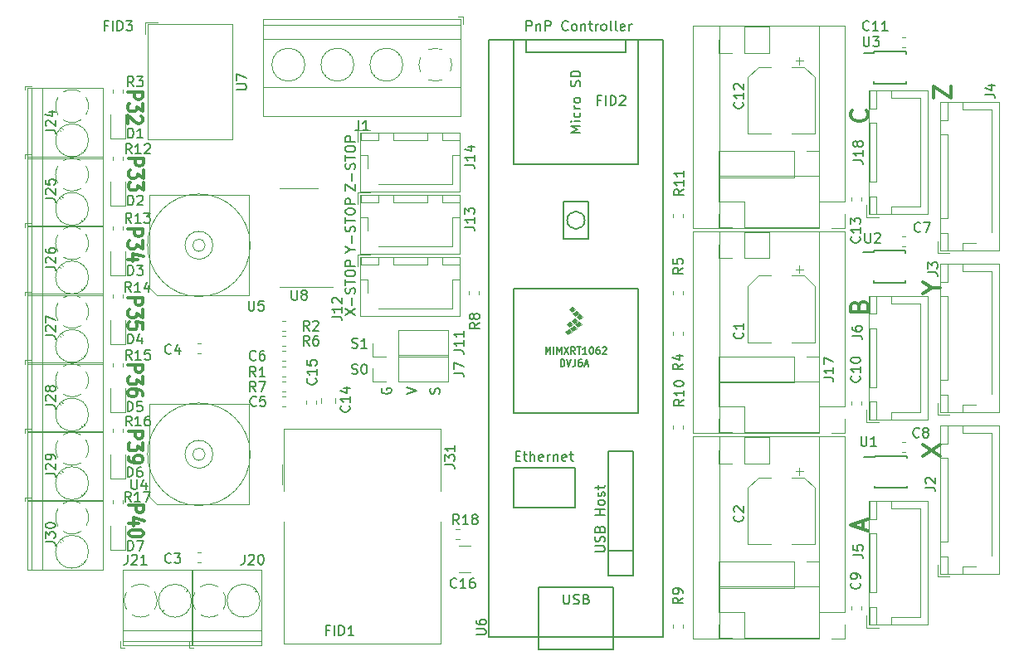
<source format=gbr>
G04 #@! TF.GenerationSoftware,KiCad,Pcbnew,(5.1.5)-3*
G04 #@! TF.CreationDate,2020-09-06T09:09:36-07:00*
G04 #@! TF.ProjectId,teensy4_controller,7465656e-7379-4345-9f63-6f6e74726f6c,rev?*
G04 #@! TF.SameCoordinates,Original*
G04 #@! TF.FileFunction,Legend,Top*
G04 #@! TF.FilePolarity,Positive*
%FSLAX46Y46*%
G04 Gerber Fmt 4.6, Leading zero omitted, Abs format (unit mm)*
G04 Created by KiCad (PCBNEW (5.1.5)-3) date 2020-09-06 09:09:36*
%MOMM*%
%LPD*%
G04 APERTURE LIST*
%ADD10C,0.300000*%
%ADD11C,0.150000*%
%ADD12C,0.120000*%
%ADD13C,0.100000*%
G04 APERTURE END LIST*
D10*
X60814828Y-135276628D02*
X62314828Y-135276628D01*
X62314828Y-135771866D01*
X62243400Y-135895676D01*
X62171971Y-135957580D01*
X62029114Y-136019485D01*
X61814828Y-136019485D01*
X61671971Y-135957580D01*
X61600542Y-135895676D01*
X61529114Y-135771866D01*
X61529114Y-135276628D01*
X61814828Y-137133771D02*
X60814828Y-137133771D01*
X62386257Y-136824247D02*
X61314828Y-136514723D01*
X61314828Y-137319485D01*
X62314828Y-138062342D02*
X62314828Y-138186152D01*
X62243400Y-138309961D01*
X62171971Y-138371866D01*
X62029114Y-138433771D01*
X61743400Y-138495676D01*
X61386257Y-138495676D01*
X61100542Y-138433771D01*
X60957685Y-138371866D01*
X60886257Y-138309961D01*
X60814828Y-138186152D01*
X60814828Y-138062342D01*
X60886257Y-137938533D01*
X60957685Y-137876628D01*
X61100542Y-137814723D01*
X61386257Y-137752819D01*
X61743400Y-137752819D01*
X62029114Y-137814723D01*
X62171971Y-137876628D01*
X62243400Y-137938533D01*
X62314828Y-138062342D01*
X60738628Y-127707428D02*
X62238628Y-127707428D01*
X62238628Y-128202666D01*
X62167200Y-128326476D01*
X62095771Y-128388380D01*
X61952914Y-128450285D01*
X61738628Y-128450285D01*
X61595771Y-128388380D01*
X61524342Y-128326476D01*
X61452914Y-128202666D01*
X61452914Y-127707428D01*
X62238628Y-128883619D02*
X62238628Y-129688380D01*
X61667200Y-129255047D01*
X61667200Y-129440761D01*
X61595771Y-129564571D01*
X61524342Y-129626476D01*
X61381485Y-129688380D01*
X61024342Y-129688380D01*
X60881485Y-129626476D01*
X60810057Y-129564571D01*
X60738628Y-129440761D01*
X60738628Y-129069333D01*
X60810057Y-128945523D01*
X60881485Y-128883619D01*
X60738628Y-130307428D02*
X60738628Y-130555047D01*
X60810057Y-130678857D01*
X60881485Y-130740761D01*
X61095771Y-130864571D01*
X61381485Y-130926476D01*
X61952914Y-130926476D01*
X62095771Y-130864571D01*
X62167200Y-130802666D01*
X62238628Y-130678857D01*
X62238628Y-130431238D01*
X62167200Y-130307428D01*
X62095771Y-130245523D01*
X61952914Y-130183619D01*
X61595771Y-130183619D01*
X61452914Y-130245523D01*
X61381485Y-130307428D01*
X61310057Y-130431238D01*
X61310057Y-130678857D01*
X61381485Y-130802666D01*
X61452914Y-130864571D01*
X61595771Y-130926476D01*
X60713228Y-120925628D02*
X62213228Y-120925628D01*
X62213228Y-121420866D01*
X62141800Y-121544676D01*
X62070371Y-121606580D01*
X61927514Y-121668485D01*
X61713228Y-121668485D01*
X61570371Y-121606580D01*
X61498942Y-121544676D01*
X61427514Y-121420866D01*
X61427514Y-120925628D01*
X62213228Y-122101819D02*
X62213228Y-122906580D01*
X61641800Y-122473247D01*
X61641800Y-122658961D01*
X61570371Y-122782771D01*
X61498942Y-122844676D01*
X61356085Y-122906580D01*
X60998942Y-122906580D01*
X60856085Y-122844676D01*
X60784657Y-122782771D01*
X60713228Y-122658961D01*
X60713228Y-122287533D01*
X60784657Y-122163723D01*
X60856085Y-122101819D01*
X62213228Y-124020866D02*
X62213228Y-123773247D01*
X62141800Y-123649438D01*
X62070371Y-123587533D01*
X61856085Y-123463723D01*
X61570371Y-123401819D01*
X60998942Y-123401819D01*
X60856085Y-123463723D01*
X60784657Y-123525628D01*
X60713228Y-123649438D01*
X60713228Y-123897057D01*
X60784657Y-124020866D01*
X60856085Y-124082771D01*
X60998942Y-124144676D01*
X61356085Y-124144676D01*
X61498942Y-124082771D01*
X61570371Y-124020866D01*
X61641800Y-123897057D01*
X61641800Y-123649438D01*
X61570371Y-123525628D01*
X61498942Y-123463723D01*
X61356085Y-123401819D01*
X60713228Y-114093028D02*
X62213228Y-114093028D01*
X62213228Y-114588266D01*
X62141800Y-114712076D01*
X62070371Y-114773980D01*
X61927514Y-114835885D01*
X61713228Y-114835885D01*
X61570371Y-114773980D01*
X61498942Y-114712076D01*
X61427514Y-114588266D01*
X61427514Y-114093028D01*
X62213228Y-115269219D02*
X62213228Y-116073980D01*
X61641800Y-115640647D01*
X61641800Y-115826361D01*
X61570371Y-115950171D01*
X61498942Y-116012076D01*
X61356085Y-116073980D01*
X60998942Y-116073980D01*
X60856085Y-116012076D01*
X60784657Y-115950171D01*
X60713228Y-115826361D01*
X60713228Y-115454933D01*
X60784657Y-115331123D01*
X60856085Y-115269219D01*
X62213228Y-117250171D02*
X62213228Y-116631123D01*
X61498942Y-116569219D01*
X61570371Y-116631123D01*
X61641800Y-116754933D01*
X61641800Y-117064457D01*
X61570371Y-117188266D01*
X61498942Y-117250171D01*
X61356085Y-117312076D01*
X60998942Y-117312076D01*
X60856085Y-117250171D01*
X60784657Y-117188266D01*
X60713228Y-117064457D01*
X60713228Y-116754933D01*
X60784657Y-116631123D01*
X60856085Y-116569219D01*
X60687828Y-107082628D02*
X62187828Y-107082628D01*
X62187828Y-107577866D01*
X62116400Y-107701676D01*
X62044971Y-107763580D01*
X61902114Y-107825485D01*
X61687828Y-107825485D01*
X61544971Y-107763580D01*
X61473542Y-107701676D01*
X61402114Y-107577866D01*
X61402114Y-107082628D01*
X62187828Y-108258819D02*
X62187828Y-109063580D01*
X61616400Y-108630247D01*
X61616400Y-108815961D01*
X61544971Y-108939771D01*
X61473542Y-109001676D01*
X61330685Y-109063580D01*
X60973542Y-109063580D01*
X60830685Y-109001676D01*
X60759257Y-108939771D01*
X60687828Y-108815961D01*
X60687828Y-108444533D01*
X60759257Y-108320723D01*
X60830685Y-108258819D01*
X61687828Y-110177866D02*
X60687828Y-110177866D01*
X62259257Y-109868342D02*
X61187828Y-109558819D01*
X61187828Y-110363580D01*
X60764028Y-99869028D02*
X62264028Y-99869028D01*
X62264028Y-100364266D01*
X62192600Y-100488076D01*
X62121171Y-100549980D01*
X61978314Y-100611885D01*
X61764028Y-100611885D01*
X61621171Y-100549980D01*
X61549742Y-100488076D01*
X61478314Y-100364266D01*
X61478314Y-99869028D01*
X62264028Y-101045219D02*
X62264028Y-101849980D01*
X61692600Y-101416647D01*
X61692600Y-101602361D01*
X61621171Y-101726171D01*
X61549742Y-101788076D01*
X61406885Y-101849980D01*
X61049742Y-101849980D01*
X60906885Y-101788076D01*
X60835457Y-101726171D01*
X60764028Y-101602361D01*
X60764028Y-101230933D01*
X60835457Y-101107123D01*
X60906885Y-101045219D01*
X62264028Y-102283314D02*
X62264028Y-103088076D01*
X61692600Y-102654742D01*
X61692600Y-102840457D01*
X61621171Y-102964266D01*
X61549742Y-103026171D01*
X61406885Y-103088076D01*
X61049742Y-103088076D01*
X60906885Y-103026171D01*
X60835457Y-102964266D01*
X60764028Y-102840457D01*
X60764028Y-102469028D01*
X60835457Y-102345219D01*
X60906885Y-102283314D01*
X60687828Y-93061828D02*
X62187828Y-93061828D01*
X62187828Y-93557066D01*
X62116400Y-93680876D01*
X62044971Y-93742780D01*
X61902114Y-93804685D01*
X61687828Y-93804685D01*
X61544971Y-93742780D01*
X61473542Y-93680876D01*
X61402114Y-93557066D01*
X61402114Y-93061828D01*
X62187828Y-94238019D02*
X62187828Y-95042780D01*
X61616400Y-94609447D01*
X61616400Y-94795161D01*
X61544971Y-94918971D01*
X61473542Y-94980876D01*
X61330685Y-95042780D01*
X60973542Y-95042780D01*
X60830685Y-94980876D01*
X60759257Y-94918971D01*
X60687828Y-94795161D01*
X60687828Y-94423733D01*
X60759257Y-94299923D01*
X60830685Y-94238019D01*
X62044971Y-95538019D02*
X62116400Y-95599923D01*
X62187828Y-95723733D01*
X62187828Y-96033257D01*
X62116400Y-96157066D01*
X62044971Y-96218971D01*
X61902114Y-96280876D01*
X61759257Y-96280876D01*
X61544971Y-96218971D01*
X60687828Y-95476114D01*
X60687828Y-96280876D01*
D11*
X101370476Y-86812380D02*
X101370476Y-85812380D01*
X101751428Y-85812380D01*
X101846666Y-85860000D01*
X101894285Y-85907619D01*
X101941904Y-86002857D01*
X101941904Y-86145714D01*
X101894285Y-86240952D01*
X101846666Y-86288571D01*
X101751428Y-86336190D01*
X101370476Y-86336190D01*
X102370476Y-86145714D02*
X102370476Y-86812380D01*
X102370476Y-86240952D02*
X102418095Y-86193333D01*
X102513333Y-86145714D01*
X102656190Y-86145714D01*
X102751428Y-86193333D01*
X102799047Y-86288571D01*
X102799047Y-86812380D01*
X103275238Y-86812380D02*
X103275238Y-85812380D01*
X103656190Y-85812380D01*
X103751428Y-85860000D01*
X103799047Y-85907619D01*
X103846666Y-86002857D01*
X103846666Y-86145714D01*
X103799047Y-86240952D01*
X103751428Y-86288571D01*
X103656190Y-86336190D01*
X103275238Y-86336190D01*
X105608571Y-86717142D02*
X105560952Y-86764761D01*
X105418095Y-86812380D01*
X105322857Y-86812380D01*
X105180000Y-86764761D01*
X105084761Y-86669523D01*
X105037142Y-86574285D01*
X104989523Y-86383809D01*
X104989523Y-86240952D01*
X105037142Y-86050476D01*
X105084761Y-85955238D01*
X105180000Y-85860000D01*
X105322857Y-85812380D01*
X105418095Y-85812380D01*
X105560952Y-85860000D01*
X105608571Y-85907619D01*
X106180000Y-86812380D02*
X106084761Y-86764761D01*
X106037142Y-86717142D01*
X105989523Y-86621904D01*
X105989523Y-86336190D01*
X106037142Y-86240952D01*
X106084761Y-86193333D01*
X106180000Y-86145714D01*
X106322857Y-86145714D01*
X106418095Y-86193333D01*
X106465714Y-86240952D01*
X106513333Y-86336190D01*
X106513333Y-86621904D01*
X106465714Y-86717142D01*
X106418095Y-86764761D01*
X106322857Y-86812380D01*
X106180000Y-86812380D01*
X106941904Y-86145714D02*
X106941904Y-86812380D01*
X106941904Y-86240952D02*
X106989523Y-86193333D01*
X107084761Y-86145714D01*
X107227619Y-86145714D01*
X107322857Y-86193333D01*
X107370476Y-86288571D01*
X107370476Y-86812380D01*
X107703809Y-86145714D02*
X108084761Y-86145714D01*
X107846666Y-85812380D02*
X107846666Y-86669523D01*
X107894285Y-86764761D01*
X107989523Y-86812380D01*
X108084761Y-86812380D01*
X108418095Y-86812380D02*
X108418095Y-86145714D01*
X108418095Y-86336190D02*
X108465714Y-86240952D01*
X108513333Y-86193333D01*
X108608571Y-86145714D01*
X108703809Y-86145714D01*
X109180000Y-86812380D02*
X109084761Y-86764761D01*
X109037142Y-86717142D01*
X108989523Y-86621904D01*
X108989523Y-86336190D01*
X109037142Y-86240952D01*
X109084761Y-86193333D01*
X109180000Y-86145714D01*
X109322857Y-86145714D01*
X109418095Y-86193333D01*
X109465714Y-86240952D01*
X109513333Y-86336190D01*
X109513333Y-86621904D01*
X109465714Y-86717142D01*
X109418095Y-86764761D01*
X109322857Y-86812380D01*
X109180000Y-86812380D01*
X110084761Y-86812380D02*
X109989523Y-86764761D01*
X109941904Y-86669523D01*
X109941904Y-85812380D01*
X110608571Y-86812380D02*
X110513333Y-86764761D01*
X110465714Y-86669523D01*
X110465714Y-85812380D01*
X111370476Y-86764761D02*
X111275238Y-86812380D01*
X111084761Y-86812380D01*
X110989523Y-86764761D01*
X110941904Y-86669523D01*
X110941904Y-86288571D01*
X110989523Y-86193333D01*
X111084761Y-86145714D01*
X111275238Y-86145714D01*
X111370476Y-86193333D01*
X111418095Y-86288571D01*
X111418095Y-86383809D01*
X110941904Y-86479047D01*
X111846666Y-86812380D02*
X111846666Y-86145714D01*
X111846666Y-86336190D02*
X111894285Y-86240952D01*
X111941904Y-86193333D01*
X112037142Y-86145714D01*
X112132380Y-86145714D01*
D10*
X135682000Y-137715571D02*
X135682000Y-136858428D01*
X136196285Y-137887000D02*
X134396285Y-137287000D01*
X136196285Y-136687000D01*
X135253428Y-114933428D02*
X135339142Y-114676285D01*
X135424857Y-114590571D01*
X135596285Y-114504857D01*
X135853428Y-114504857D01*
X136024857Y-114590571D01*
X136110571Y-114676285D01*
X136196285Y-114847714D01*
X136196285Y-115533428D01*
X134396285Y-115533428D01*
X134396285Y-114933428D01*
X134482000Y-114762000D01*
X134567714Y-114676285D01*
X134739142Y-114590571D01*
X134910571Y-114590571D01*
X135082000Y-114676285D01*
X135167714Y-114762000D01*
X135253428Y-114933428D01*
X135253428Y-115533428D01*
X136024857Y-94946857D02*
X136110571Y-95032571D01*
X136196285Y-95289714D01*
X136196285Y-95461142D01*
X136110571Y-95718285D01*
X135939142Y-95889714D01*
X135767714Y-95975428D01*
X135424857Y-96061142D01*
X135167714Y-96061142D01*
X134824857Y-95975428D01*
X134653428Y-95889714D01*
X134482000Y-95718285D01*
X134396285Y-95461142D01*
X134396285Y-95289714D01*
X134482000Y-95032571D01*
X134567714Y-94946857D01*
X142905285Y-93691000D02*
X142905285Y-92491000D01*
X144705285Y-93691000D01*
X144705285Y-92491000D01*
X142705142Y-113030000D02*
X143562285Y-113030000D01*
X141762285Y-113630000D02*
X142705142Y-113030000D01*
X141762285Y-112430000D01*
X141762285Y-130267000D02*
X143562285Y-129067000D01*
X141762285Y-129067000D02*
X143562285Y-130267000D01*
D11*
X82891380Y-103163333D02*
X82891380Y-102496666D01*
X83891380Y-103163333D01*
X83891380Y-102496666D01*
X83510428Y-102115714D02*
X83510428Y-101353809D01*
X83843761Y-100925238D02*
X83891380Y-100782380D01*
X83891380Y-100544285D01*
X83843761Y-100449047D01*
X83796142Y-100401428D01*
X83700904Y-100353809D01*
X83605666Y-100353809D01*
X83510428Y-100401428D01*
X83462809Y-100449047D01*
X83415190Y-100544285D01*
X83367571Y-100734761D01*
X83319952Y-100830000D01*
X83272333Y-100877619D01*
X83177095Y-100925238D01*
X83081857Y-100925238D01*
X82986619Y-100877619D01*
X82939000Y-100830000D01*
X82891380Y-100734761D01*
X82891380Y-100496666D01*
X82939000Y-100353809D01*
X82891380Y-100068095D02*
X82891380Y-99496666D01*
X83891380Y-99782380D02*
X82891380Y-99782380D01*
X82891380Y-98972857D02*
X82891380Y-98782380D01*
X82939000Y-98687142D01*
X83034238Y-98591904D01*
X83224714Y-98544285D01*
X83558047Y-98544285D01*
X83748523Y-98591904D01*
X83843761Y-98687142D01*
X83891380Y-98782380D01*
X83891380Y-98972857D01*
X83843761Y-99068095D01*
X83748523Y-99163333D01*
X83558047Y-99210952D01*
X83224714Y-99210952D01*
X83034238Y-99163333D01*
X82939000Y-99068095D01*
X82891380Y-98972857D01*
X83891380Y-98115714D02*
X82891380Y-98115714D01*
X82891380Y-97734761D01*
X82939000Y-97639523D01*
X82986619Y-97591904D01*
X83081857Y-97544285D01*
X83224714Y-97544285D01*
X83319952Y-97591904D01*
X83367571Y-97639523D01*
X83415190Y-97734761D01*
X83415190Y-98115714D01*
X83415190Y-109180000D02*
X83891380Y-109180000D01*
X82891380Y-109513333D02*
X83415190Y-109180000D01*
X82891380Y-108846666D01*
X83510428Y-108513333D02*
X83510428Y-107751428D01*
X83843761Y-107322857D02*
X83891380Y-107180000D01*
X83891380Y-106941904D01*
X83843761Y-106846666D01*
X83796142Y-106799047D01*
X83700904Y-106751428D01*
X83605666Y-106751428D01*
X83510428Y-106799047D01*
X83462809Y-106846666D01*
X83415190Y-106941904D01*
X83367571Y-107132380D01*
X83319952Y-107227619D01*
X83272333Y-107275238D01*
X83177095Y-107322857D01*
X83081857Y-107322857D01*
X82986619Y-107275238D01*
X82939000Y-107227619D01*
X82891380Y-107132380D01*
X82891380Y-106894285D01*
X82939000Y-106751428D01*
X82891380Y-106465714D02*
X82891380Y-105894285D01*
X83891380Y-106180000D02*
X82891380Y-106180000D01*
X82891380Y-105370476D02*
X82891380Y-105180000D01*
X82939000Y-105084761D01*
X83034238Y-104989523D01*
X83224714Y-104941904D01*
X83558047Y-104941904D01*
X83748523Y-104989523D01*
X83843761Y-105084761D01*
X83891380Y-105180000D01*
X83891380Y-105370476D01*
X83843761Y-105465714D01*
X83748523Y-105560952D01*
X83558047Y-105608571D01*
X83224714Y-105608571D01*
X83034238Y-105560952D01*
X82939000Y-105465714D01*
X82891380Y-105370476D01*
X83891380Y-104513333D02*
X82891380Y-104513333D01*
X82891380Y-104132380D01*
X82939000Y-104037142D01*
X82986619Y-103989523D01*
X83081857Y-103941904D01*
X83224714Y-103941904D01*
X83319952Y-103989523D01*
X83367571Y-104037142D01*
X83415190Y-104132380D01*
X83415190Y-104513333D01*
X82891380Y-115863333D02*
X83891380Y-115196666D01*
X82891380Y-115196666D02*
X83891380Y-115863333D01*
X83510428Y-114815714D02*
X83510428Y-114053809D01*
X83843761Y-113625238D02*
X83891380Y-113482380D01*
X83891380Y-113244285D01*
X83843761Y-113149047D01*
X83796142Y-113101428D01*
X83700904Y-113053809D01*
X83605666Y-113053809D01*
X83510428Y-113101428D01*
X83462809Y-113149047D01*
X83415190Y-113244285D01*
X83367571Y-113434761D01*
X83319952Y-113530000D01*
X83272333Y-113577619D01*
X83177095Y-113625238D01*
X83081857Y-113625238D01*
X82986619Y-113577619D01*
X82939000Y-113530000D01*
X82891380Y-113434761D01*
X82891380Y-113196666D01*
X82939000Y-113053809D01*
X82891380Y-112768095D02*
X82891380Y-112196666D01*
X83891380Y-112482380D02*
X82891380Y-112482380D01*
X82891380Y-111672857D02*
X82891380Y-111482380D01*
X82939000Y-111387142D01*
X83034238Y-111291904D01*
X83224714Y-111244285D01*
X83558047Y-111244285D01*
X83748523Y-111291904D01*
X83843761Y-111387142D01*
X83891380Y-111482380D01*
X83891380Y-111672857D01*
X83843761Y-111768095D01*
X83748523Y-111863333D01*
X83558047Y-111910952D01*
X83224714Y-111910952D01*
X83034238Y-111863333D01*
X82939000Y-111768095D01*
X82891380Y-111672857D01*
X83891380Y-110815714D02*
X82891380Y-110815714D01*
X82891380Y-110434761D01*
X82939000Y-110339523D01*
X82986619Y-110291904D01*
X83081857Y-110244285D01*
X83224714Y-110244285D01*
X83319952Y-110291904D01*
X83367571Y-110339523D01*
X83415190Y-110434761D01*
X83415190Y-110815714D01*
X92479761Y-123856714D02*
X92527380Y-123713857D01*
X92527380Y-123475761D01*
X92479761Y-123380523D01*
X92432142Y-123332904D01*
X92336904Y-123285285D01*
X92241666Y-123285285D01*
X92146428Y-123332904D01*
X92098809Y-123380523D01*
X92051190Y-123475761D01*
X92003571Y-123666238D01*
X91955952Y-123761476D01*
X91908333Y-123809095D01*
X91813095Y-123856714D01*
X91717857Y-123856714D01*
X91622619Y-123809095D01*
X91575000Y-123761476D01*
X91527380Y-123666238D01*
X91527380Y-123428142D01*
X91575000Y-123285285D01*
X89114380Y-123904333D02*
X90114380Y-123571000D01*
X89114380Y-123237666D01*
X86622000Y-123309095D02*
X86574380Y-123404333D01*
X86574380Y-123547190D01*
X86622000Y-123690047D01*
X86717238Y-123785285D01*
X86812476Y-123832904D01*
X87002952Y-123880523D01*
X87145809Y-123880523D01*
X87336285Y-123832904D01*
X87431523Y-123785285D01*
X87526761Y-123690047D01*
X87574380Y-123547190D01*
X87574380Y-123451952D01*
X87526761Y-123309095D01*
X87479142Y-123261476D01*
X87145809Y-123261476D01*
X87145809Y-123451952D01*
X83566095Y-119149761D02*
X83708952Y-119197380D01*
X83947047Y-119197380D01*
X84042285Y-119149761D01*
X84089904Y-119102142D01*
X84137523Y-119006904D01*
X84137523Y-118911666D01*
X84089904Y-118816428D01*
X84042285Y-118768809D01*
X83947047Y-118721190D01*
X83756571Y-118673571D01*
X83661333Y-118625952D01*
X83613714Y-118578333D01*
X83566095Y-118483095D01*
X83566095Y-118387857D01*
X83613714Y-118292619D01*
X83661333Y-118245000D01*
X83756571Y-118197380D01*
X83994666Y-118197380D01*
X84137523Y-118245000D01*
X85089904Y-119197380D02*
X84518476Y-119197380D01*
X84804190Y-119197380D02*
X84804190Y-118197380D01*
X84708952Y-118340238D01*
X84613714Y-118435476D01*
X84518476Y-118483095D01*
X83566095Y-121816761D02*
X83708952Y-121864380D01*
X83947047Y-121864380D01*
X84042285Y-121816761D01*
X84089904Y-121769142D01*
X84137523Y-121673904D01*
X84137523Y-121578666D01*
X84089904Y-121483428D01*
X84042285Y-121435809D01*
X83947047Y-121388190D01*
X83756571Y-121340571D01*
X83661333Y-121292952D01*
X83613714Y-121245333D01*
X83566095Y-121150095D01*
X83566095Y-121054857D01*
X83613714Y-120959619D01*
X83661333Y-120912000D01*
X83756571Y-120864380D01*
X83994666Y-120864380D01*
X84137523Y-120912000D01*
X84756571Y-120864380D02*
X84851809Y-120864380D01*
X84947047Y-120912000D01*
X84994666Y-120959619D01*
X85042285Y-121054857D01*
X85089904Y-121245333D01*
X85089904Y-121483428D01*
X85042285Y-121673904D01*
X84994666Y-121769142D01*
X84947047Y-121816761D01*
X84851809Y-121864380D01*
X84756571Y-121864380D01*
X84661333Y-121816761D01*
X84613714Y-121769142D01*
X84566095Y-121673904D01*
X84518476Y-121483428D01*
X84518476Y-121245333D01*
X84566095Y-121054857D01*
X84613714Y-120959619D01*
X84661333Y-120912000D01*
X84756571Y-120864380D01*
X136839400Y-89060800D02*
X135764400Y-89060800D01*
X136839400Y-92185800D02*
X140089400Y-92185800D01*
X136839400Y-88935800D02*
X140089400Y-88935800D01*
X136839400Y-92185800D02*
X136839400Y-91960800D01*
X140089400Y-92185800D02*
X140089400Y-91960800D01*
X140089400Y-88935800D02*
X140089400Y-89160800D01*
X136839400Y-88935800D02*
X136839400Y-89060800D01*
X136796000Y-109391200D02*
X135721000Y-109391200D01*
X136796000Y-112516200D02*
X140046000Y-112516200D01*
X136796000Y-109266200D02*
X140046000Y-109266200D01*
X136796000Y-112516200D02*
X136796000Y-112291200D01*
X140046000Y-112516200D02*
X140046000Y-112291200D01*
X140046000Y-109266200D02*
X140046000Y-109491200D01*
X136796000Y-109266200D02*
X136796000Y-109391200D01*
X136906600Y-130351400D02*
X135831600Y-130351400D01*
X136906600Y-133476400D02*
X140156600Y-133476400D01*
X136906600Y-130226400D02*
X140156600Y-130226400D01*
X136906600Y-133476400D02*
X136906600Y-133251400D01*
X140156600Y-133476400D02*
X140156600Y-133251400D01*
X140156600Y-130226400D02*
X140156600Y-130451400D01*
X136906600Y-130226400D02*
X136906600Y-130351400D01*
D12*
X94175733Y-138686000D02*
X94518267Y-138686000D01*
X94175733Y-137666000D02*
X94518267Y-137666000D01*
X76423733Y-125130000D02*
X76766267Y-125130000D01*
X76423733Y-124110000D02*
X76766267Y-124110000D01*
X94875000Y-85380000D02*
X94375000Y-85380000D01*
X94875000Y-86120000D02*
X94875000Y-85380000D01*
X78302000Y-89257000D02*
X78349000Y-89211000D01*
X76005000Y-91555000D02*
X76040000Y-91519000D01*
X78109000Y-89041000D02*
X78144000Y-89006000D01*
X75800000Y-91349000D02*
X75847000Y-91303000D01*
X83302000Y-89257000D02*
X83349000Y-89211000D01*
X81005000Y-91555000D02*
X81040000Y-91519000D01*
X83109000Y-89041000D02*
X83144000Y-89006000D01*
X80800000Y-91349000D02*
X80847000Y-91303000D01*
X88302000Y-89257000D02*
X88349000Y-89211000D01*
X86005000Y-91555000D02*
X86040000Y-91519000D01*
X88109000Y-89041000D02*
X88144000Y-89006000D01*
X85800000Y-91349000D02*
X85847000Y-91303000D01*
X74514000Y-95541000D02*
X74514000Y-85620000D01*
X94635000Y-95541000D02*
X94635000Y-85620000D01*
X94635000Y-85620000D02*
X74514000Y-85620000D01*
X94635000Y-95541000D02*
X74514000Y-95541000D01*
X94635000Y-92581000D02*
X74514000Y-92581000D01*
X94635000Y-87680000D02*
X74514000Y-87680000D01*
X94635000Y-86180000D02*
X74514000Y-86180000D01*
X78755000Y-90280000D02*
G75*
G03X78755000Y-90280000I-1680000J0D01*
G01*
X83755000Y-90280000D02*
G75*
G03X83755000Y-90280000I-1680000J0D01*
G01*
X88755000Y-90280000D02*
G75*
G03X88755000Y-90280000I-1680000J0D01*
G01*
X92046195Y-88599747D02*
G75*
G02X92759000Y-88745000I28805J-1680253D01*
G01*
X93610426Y-89596958D02*
G75*
G02X93610000Y-90964000I-1535426J-683042D01*
G01*
X92758042Y-91815426D02*
G75*
G02X91391000Y-91815000I-683042J1535426D01*
G01*
X90539574Y-90963042D02*
G75*
G02X90540000Y-89596000I1535426J683042D01*
G01*
X91391682Y-88745244D02*
G75*
G02X92075000Y-88600000I683318J-1534756D01*
G01*
X76435000Y-131080000D02*
X76435000Y-133080000D01*
X76635000Y-149410000D02*
X76635000Y-136970000D01*
X92585000Y-149410000D02*
X76635000Y-149410000D01*
X92585000Y-136970000D02*
X92585000Y-149410000D01*
X92585000Y-127490000D02*
X92585000Y-133770000D01*
X76635000Y-127490000D02*
X92585000Y-127490000D01*
X76635000Y-133770000D02*
X76635000Y-127490000D01*
X94484436Y-142076000D02*
X95688564Y-142076000D01*
X94484436Y-139356000D02*
X95688564Y-139356000D01*
X67787733Y-119763000D02*
X68130267Y-119763000D01*
X67787733Y-118743000D02*
X68130267Y-118743000D01*
X131251000Y-141037000D02*
X131251000Y-142367000D01*
X129921000Y-141037000D02*
X131251000Y-141037000D01*
X128651000Y-141037000D02*
X128651000Y-143697000D01*
X128651000Y-143697000D02*
X120971000Y-143697000D01*
X128651000Y-141037000D02*
X120971000Y-141037000D01*
X120971000Y-141037000D02*
X120971000Y-143697000D01*
X79885000Y-124871267D02*
X79885000Y-124528733D01*
X78865000Y-124871267D02*
X78865000Y-124528733D01*
X81863000Y-124857252D02*
X81863000Y-124334748D01*
X80443000Y-124857252D02*
X80443000Y-124334748D01*
X85665000Y-120075000D02*
X85665000Y-118745000D01*
X86995000Y-120075000D02*
X85665000Y-120075000D01*
X88265000Y-120075000D02*
X88265000Y-117415000D01*
X88265000Y-117415000D02*
X93405000Y-117415000D01*
X88265000Y-120075000D02*
X93405000Y-120075000D01*
X93405000Y-120075000D02*
X93405000Y-117415000D01*
X85665000Y-122615000D02*
X85665000Y-121285000D01*
X86995000Y-122615000D02*
X85665000Y-122615000D01*
X88265000Y-122615000D02*
X88265000Y-119955000D01*
X88265000Y-119955000D02*
X93405000Y-119955000D01*
X88265000Y-122615000D02*
X93405000Y-122615000D01*
X93405000Y-122615000D02*
X93405000Y-119955000D01*
D11*
X107312026Y-106155000D02*
G75*
G03X107312026Y-106155000I-898026J0D01*
G01*
X100064000Y-125840000D02*
X112764000Y-125840000D01*
X100064000Y-113140000D02*
X100064000Y-125840000D01*
X112764000Y-113140000D02*
X100064000Y-113140000D01*
X112764000Y-125840000D02*
X112764000Y-113140000D01*
X100062400Y-135470000D02*
X100312400Y-135470000D01*
X100062400Y-131470000D02*
X100062400Y-135470000D01*
X106312400Y-131470000D02*
X100062400Y-131470000D01*
X106312400Y-135470000D02*
X106312400Y-131470000D01*
X100312400Y-135470000D02*
X106312400Y-135470000D01*
X109713200Y-139860800D02*
X112253200Y-139860800D01*
X109713200Y-142400800D02*
X109713200Y-139860800D01*
X112253200Y-142400800D02*
X109713200Y-142400800D01*
X112253200Y-129700800D02*
X112253200Y-142400800D01*
X109713200Y-129700800D02*
X112253200Y-129700800D01*
X109713200Y-142400800D02*
X109713200Y-129700800D01*
X105144000Y-108060000D02*
X105144000Y-104250000D01*
X107684000Y-108060000D02*
X105144000Y-108060000D01*
X107684000Y-104250000D02*
X107684000Y-108060000D01*
X105144000Y-104250000D02*
X107684000Y-104250000D01*
X111494000Y-89010000D02*
X111494000Y-87740000D01*
X101334000Y-89010000D02*
X111494000Y-89010000D01*
X101334000Y-87740000D02*
X101334000Y-89010000D01*
X112764000Y-100440000D02*
X112764000Y-87740000D01*
X100064000Y-100440000D02*
X112764000Y-100440000D01*
X100064000Y-87740000D02*
X100064000Y-100440000D01*
X110224000Y-148700000D02*
X110224000Y-149970000D01*
X110224000Y-149970000D02*
X102604000Y-149970000D01*
X102604000Y-149970000D02*
X102604000Y-148700000D01*
X110224000Y-143620000D02*
X102604000Y-143620000D01*
X102604000Y-143620000D02*
X102604000Y-148700000D01*
X110224000Y-143620000D02*
X110224000Y-148700000D01*
X97524000Y-148700000D02*
X97524000Y-87740000D01*
X97524000Y-87740000D02*
X115304000Y-87740000D01*
X115304000Y-87740000D02*
X115304000Y-148700000D01*
X115304000Y-148700000D02*
X97524000Y-148700000D01*
D13*
G36*
X106869000Y-115785000D02*
G01*
X107123000Y-116039000D01*
X106742000Y-116293000D01*
X106488000Y-116039000D01*
X106869000Y-115785000D01*
G37*
X106869000Y-115785000D02*
X107123000Y-116039000D01*
X106742000Y-116293000D01*
X106488000Y-116039000D01*
X106869000Y-115785000D01*
G36*
X106361000Y-116166000D02*
G01*
X106615000Y-116420000D01*
X106234000Y-116674000D01*
X105980000Y-116420000D01*
X106361000Y-116166000D01*
G37*
X106361000Y-116166000D02*
X106615000Y-116420000D01*
X106234000Y-116674000D01*
X105980000Y-116420000D01*
X106361000Y-116166000D01*
G36*
X105853000Y-116547000D02*
G01*
X106107000Y-116801000D01*
X105726000Y-117055000D01*
X105472000Y-116801000D01*
X105853000Y-116547000D01*
G37*
X105853000Y-116547000D02*
X106107000Y-116801000D01*
X105726000Y-117055000D01*
X105472000Y-116801000D01*
X105853000Y-116547000D01*
G36*
X106742000Y-116547000D02*
G01*
X106996000Y-116801000D01*
X106615000Y-117055000D01*
X106361000Y-116801000D01*
X106742000Y-116547000D01*
G37*
X106742000Y-116547000D02*
X106996000Y-116801000D01*
X106615000Y-117055000D01*
X106361000Y-116801000D01*
X106742000Y-116547000D01*
G36*
X106234000Y-116928000D02*
G01*
X106488000Y-117182000D01*
X106107000Y-117436000D01*
X105853000Y-117182000D01*
X106234000Y-116928000D01*
G37*
X106234000Y-116928000D02*
X106488000Y-117182000D01*
X106107000Y-117436000D01*
X105853000Y-117182000D01*
X106234000Y-116928000D01*
G36*
X105726000Y-117309000D02*
G01*
X105980000Y-117563000D01*
X105599000Y-117817000D01*
X105345000Y-117563000D01*
X105726000Y-117309000D01*
G37*
X105726000Y-117309000D02*
X105980000Y-117563000D01*
X105599000Y-117817000D01*
X105345000Y-117563000D01*
X105726000Y-117309000D01*
G36*
X106488000Y-115404000D02*
G01*
X106742000Y-115658000D01*
X106361000Y-115912000D01*
X106107000Y-115658000D01*
X106488000Y-115404000D01*
G37*
X106488000Y-115404000D02*
X106742000Y-115658000D01*
X106361000Y-115912000D01*
X106107000Y-115658000D01*
X106488000Y-115404000D01*
G36*
X106107000Y-115023000D02*
G01*
X106361000Y-115277000D01*
X105980000Y-115531000D01*
X105726000Y-115277000D01*
X106107000Y-115023000D01*
G37*
X106107000Y-115023000D02*
X106361000Y-115277000D01*
X105980000Y-115531000D01*
X105726000Y-115277000D01*
X106107000Y-115023000D01*
D12*
X143300000Y-109530000D02*
X144550000Y-109530000D01*
X143300000Y-108280000D02*
X143300000Y-109530000D01*
X148800000Y-94880000D02*
X148800000Y-101680000D01*
X145850000Y-94880000D02*
X148800000Y-94880000D01*
X145850000Y-94130000D02*
X145850000Y-94880000D01*
X148800000Y-101680000D02*
X148800000Y-107420000D01*
X145850000Y-108480000D02*
X147190000Y-108480000D01*
X145850000Y-109230000D02*
X145850000Y-108480000D01*
X143600000Y-94130000D02*
X143600000Y-95930000D01*
X144350000Y-94130000D02*
X143600000Y-94130000D01*
X144350000Y-95930000D02*
X144350000Y-94130000D01*
X143600000Y-95930000D02*
X144350000Y-95930000D01*
X143600000Y-107430000D02*
X143600000Y-109230000D01*
X144350000Y-107430000D02*
X143600000Y-107430000D01*
X144350000Y-109230000D02*
X144350000Y-107430000D01*
X143600000Y-109230000D02*
X144350000Y-109230000D01*
X143600000Y-97430000D02*
X143600000Y-105930000D01*
X144350000Y-97430000D02*
X143600000Y-97430000D01*
X144350000Y-105930000D02*
X144350000Y-97430000D01*
X143600000Y-105930000D02*
X144350000Y-105930000D01*
X143590000Y-94120000D02*
X143590000Y-109240000D01*
X149560000Y-94120000D02*
X143590000Y-94120000D01*
X149560000Y-109240000D02*
X149560000Y-94120000D01*
X143590000Y-109240000D02*
X149560000Y-109240000D01*
X143300000Y-126040000D02*
X144550000Y-126040000D01*
X143300000Y-124790000D02*
X143300000Y-126040000D01*
X148800000Y-111390000D02*
X148800000Y-118190000D01*
X145850000Y-111390000D02*
X148800000Y-111390000D01*
X145850000Y-110640000D02*
X145850000Y-111390000D01*
X148800000Y-118190000D02*
X148800000Y-123930000D01*
X145850000Y-124990000D02*
X147190000Y-124990000D01*
X145850000Y-125740000D02*
X145850000Y-124990000D01*
X143600000Y-110640000D02*
X143600000Y-112440000D01*
X144350000Y-110640000D02*
X143600000Y-110640000D01*
X144350000Y-112440000D02*
X144350000Y-110640000D01*
X143600000Y-112440000D02*
X144350000Y-112440000D01*
X143600000Y-123940000D02*
X143600000Y-125740000D01*
X144350000Y-123940000D02*
X143600000Y-123940000D01*
X144350000Y-125740000D02*
X144350000Y-123940000D01*
X143600000Y-125740000D02*
X144350000Y-125740000D01*
X143600000Y-113940000D02*
X143600000Y-122440000D01*
X144350000Y-113940000D02*
X143600000Y-113940000D01*
X144350000Y-122440000D02*
X144350000Y-113940000D01*
X143600000Y-122440000D02*
X144350000Y-122440000D01*
X143590000Y-110630000D02*
X143590000Y-125750000D01*
X149560000Y-110630000D02*
X143590000Y-110630000D01*
X149560000Y-125750000D02*
X149560000Y-110630000D01*
X143590000Y-125750000D02*
X149560000Y-125750000D01*
X143300000Y-142550000D02*
X144550000Y-142550000D01*
X143300000Y-141300000D02*
X143300000Y-142550000D01*
X148800000Y-127900000D02*
X148800000Y-134700000D01*
X145850000Y-127900000D02*
X148800000Y-127900000D01*
X145850000Y-127150000D02*
X145850000Y-127900000D01*
X148800000Y-134700000D02*
X148800000Y-140440000D01*
X145850000Y-141500000D02*
X147190000Y-141500000D01*
X145850000Y-142250000D02*
X145850000Y-141500000D01*
X143600000Y-127150000D02*
X143600000Y-128950000D01*
X144350000Y-127150000D02*
X143600000Y-127150000D01*
X144350000Y-128950000D02*
X144350000Y-127150000D01*
X143600000Y-128950000D02*
X144350000Y-128950000D01*
X143600000Y-140450000D02*
X143600000Y-142250000D01*
X144350000Y-140450000D02*
X143600000Y-140450000D01*
X144350000Y-142250000D02*
X144350000Y-140450000D01*
X143600000Y-142250000D02*
X144350000Y-142250000D01*
X143600000Y-130450000D02*
X143600000Y-138950000D01*
X144350000Y-130450000D02*
X143600000Y-130450000D01*
X144350000Y-138950000D02*
X144350000Y-130450000D01*
X143600000Y-138950000D02*
X144350000Y-138950000D01*
X143590000Y-127140000D02*
X143590000Y-142260000D01*
X149560000Y-127140000D02*
X143590000Y-127140000D01*
X149560000Y-142260000D02*
X149560000Y-127140000D01*
X143590000Y-142260000D02*
X149560000Y-142260000D01*
X120959000Y-106850000D02*
X120959000Y-105520000D01*
X122289000Y-106850000D02*
X120959000Y-106850000D01*
X120959000Y-104250000D02*
X120959000Y-101650000D01*
X123559000Y-104250000D02*
X120959000Y-104250000D01*
X123559000Y-106850000D02*
X123559000Y-104250000D01*
X120959000Y-101650000D02*
X131239000Y-101650000D01*
X123559000Y-106850000D02*
X131239000Y-106850000D01*
X131239000Y-106850000D02*
X131239000Y-101650000D01*
X120959000Y-127805000D02*
X120959000Y-126475000D01*
X122289000Y-127805000D02*
X120959000Y-127805000D01*
X120959000Y-125205000D02*
X120959000Y-122605000D01*
X123559000Y-125205000D02*
X120959000Y-125205000D01*
X123559000Y-127805000D02*
X123559000Y-125205000D01*
X120959000Y-122605000D02*
X131239000Y-122605000D01*
X123559000Y-127805000D02*
X131239000Y-127805000D01*
X131239000Y-127805000D02*
X131239000Y-122605000D01*
X120959000Y-148760000D02*
X120959000Y-147430000D01*
X122289000Y-148760000D02*
X120959000Y-148760000D01*
X120959000Y-146160000D02*
X120959000Y-143560000D01*
X123559000Y-146160000D02*
X120959000Y-146160000D01*
X123559000Y-148760000D02*
X123559000Y-146160000D01*
X120959000Y-143560000D02*
X131239000Y-143560000D01*
X123559000Y-148760000D02*
X131239000Y-148760000D01*
X131239000Y-148760000D02*
X131239000Y-143560000D01*
X134479000Y-145593733D02*
X134479000Y-145936267D01*
X135499000Y-145593733D02*
X135499000Y-145936267D01*
X134479000Y-124638733D02*
X134479000Y-124981267D01*
X135499000Y-124638733D02*
X135499000Y-124981267D01*
X136049000Y-126785000D02*
X137299000Y-126785000D01*
X136049000Y-125535000D02*
X136049000Y-126785000D01*
X141549000Y-114635000D02*
X141549000Y-120185000D01*
X138599000Y-114635000D02*
X141549000Y-114635000D01*
X138599000Y-113885000D02*
X138599000Y-114635000D01*
X141549000Y-125735000D02*
X141549000Y-120185000D01*
X138599000Y-125735000D02*
X141549000Y-125735000D01*
X138599000Y-126485000D02*
X138599000Y-125735000D01*
X136349000Y-113885000D02*
X136349000Y-115685000D01*
X137099000Y-113885000D02*
X136349000Y-113885000D01*
X137099000Y-115685000D02*
X137099000Y-113885000D01*
X136349000Y-115685000D02*
X137099000Y-115685000D01*
X136349000Y-124685000D02*
X136349000Y-126485000D01*
X137099000Y-124685000D02*
X136349000Y-124685000D01*
X137099000Y-126485000D02*
X137099000Y-124685000D01*
X136349000Y-126485000D02*
X137099000Y-126485000D01*
X136349000Y-117185000D02*
X136349000Y-123185000D01*
X137099000Y-117185000D02*
X136349000Y-117185000D01*
X137099000Y-123185000D02*
X137099000Y-117185000D01*
X136349000Y-123185000D02*
X137099000Y-123185000D01*
X136339000Y-113875000D02*
X136339000Y-126495000D01*
X142309000Y-113875000D02*
X136339000Y-113875000D01*
X142309000Y-126495000D02*
X142309000Y-113875000D01*
X136339000Y-126495000D02*
X142309000Y-126495000D01*
X129610250Y-111161250D02*
X128822750Y-111161250D01*
X129216500Y-110767500D02*
X129216500Y-111555000D01*
X125023437Y-111795000D02*
X123959000Y-112859437D01*
X129714563Y-111795000D02*
X130779000Y-112859437D01*
X129714563Y-111795000D02*
X128429000Y-111795000D01*
X125023437Y-111795000D02*
X126309000Y-111795000D01*
X123959000Y-112859437D02*
X123959000Y-118615000D01*
X130779000Y-112859437D02*
X130779000Y-118615000D01*
X130779000Y-118615000D02*
X128429000Y-118615000D01*
X123959000Y-118615000D02*
X126309000Y-118615000D01*
X140000267Y-128776000D02*
X139657733Y-128776000D01*
X140000267Y-129796000D02*
X139657733Y-129796000D01*
X118349000Y-127875000D02*
X131179000Y-127875000D01*
X118349000Y-107295000D02*
X118349000Y-127875000D01*
X133849000Y-107295000D02*
X118349000Y-107295000D01*
X133849000Y-125205000D02*
X133849000Y-107295000D01*
X131179000Y-125205000D02*
X133849000Y-125205000D01*
X131179000Y-127875000D02*
X131179000Y-125205000D01*
X133849000Y-127875000D02*
X133849000Y-126475000D01*
X132449000Y-127875000D02*
X133849000Y-127875000D01*
X131179000Y-125205000D02*
X131179000Y-107295000D01*
X121019000Y-127875000D02*
X121019000Y-107295000D01*
X78170000Y-113010000D02*
X81620000Y-113010000D01*
X78170000Y-113010000D02*
X76220000Y-113010000D01*
X78170000Y-102890000D02*
X80120000Y-102890000D01*
X78170000Y-102890000D02*
X76220000Y-102890000D01*
X59180000Y-134716733D02*
X59180000Y-135059267D01*
X60200000Y-134716733D02*
X60200000Y-135059267D01*
X59180000Y-127477733D02*
X59180000Y-127820267D01*
X60200000Y-127477733D02*
X60200000Y-127820267D01*
X59180000Y-120746733D02*
X59180000Y-121089267D01*
X60200000Y-120746733D02*
X60200000Y-121089267D01*
X59180000Y-113761733D02*
X59180000Y-114104267D01*
X60200000Y-113761733D02*
X60200000Y-114104267D01*
X59180000Y-106776733D02*
X59180000Y-107119267D01*
X60200000Y-106776733D02*
X60200000Y-107119267D01*
X59180000Y-99664733D02*
X59180000Y-100007267D01*
X60200000Y-99664733D02*
X60200000Y-100007267D01*
X116330000Y-105478733D02*
X116330000Y-105821267D01*
X117350000Y-105478733D02*
X117350000Y-105821267D01*
X116330000Y-127068733D02*
X116330000Y-127411267D01*
X117350000Y-127068733D02*
X117350000Y-127411267D01*
X116330000Y-147388733D02*
X116330000Y-147731267D01*
X117350000Y-147388733D02*
X117350000Y-147731267D01*
X96522000Y-113723267D02*
X96522000Y-113380733D01*
X95502000Y-113723267D02*
X95502000Y-113380733D01*
X117350000Y-113706267D02*
X117350000Y-113363733D01*
X116330000Y-113706267D02*
X116330000Y-113363733D01*
X116330000Y-117543733D02*
X116330000Y-117886267D01*
X117350000Y-117543733D02*
X117350000Y-117886267D01*
X50200000Y-134450000D02*
X50200000Y-134850000D01*
X50840000Y-134450000D02*
X50200000Y-134450000D01*
X54059000Y-138855000D02*
X53931000Y-138726000D01*
X56275000Y-141070000D02*
X56181000Y-140976000D01*
X53819000Y-139025000D02*
X53726000Y-138931000D01*
X56069000Y-141275000D02*
X55941000Y-141146000D01*
X58160000Y-141810000D02*
X50440000Y-141810000D01*
X58160000Y-134690000D02*
X50440000Y-134690000D01*
X50440000Y-134690000D02*
X50440000Y-141810000D01*
X58160000Y-134690000D02*
X58160000Y-141810000D01*
X52000000Y-134690000D02*
X52000000Y-141810000D01*
X50900000Y-134690000D02*
X50900000Y-141810000D01*
X56680000Y-140000000D02*
G75*
G03X56680000Y-140000000I-1680000J0D01*
G01*
X53319901Y-136528674D02*
G75*
G02X53560000Y-135634000I1680099J28674D01*
G01*
X54110106Y-135074642D02*
G75*
G02X55866000Y-135060000I889894J-1425358D01*
G01*
X56425358Y-135610106D02*
G75*
G02X56440000Y-137366000I-1425358J-889894D01*
G01*
X55890193Y-137925505D02*
G75*
G02X54109000Y-137925000I-890193J1425505D01*
G01*
X53575279Y-137390264D02*
G75*
G02X53320000Y-136500000I1424721J890264D01*
G01*
X50200000Y-127450000D02*
X50200000Y-127850000D01*
X50840000Y-127450000D02*
X50200000Y-127450000D01*
X54059000Y-131855000D02*
X53931000Y-131726000D01*
X56275000Y-134070000D02*
X56181000Y-133976000D01*
X53819000Y-132025000D02*
X53726000Y-131931000D01*
X56069000Y-134275000D02*
X55941000Y-134146000D01*
X58160000Y-134810000D02*
X50440000Y-134810000D01*
X58160000Y-127690000D02*
X50440000Y-127690000D01*
X50440000Y-127690000D02*
X50440000Y-134810000D01*
X58160000Y-127690000D02*
X58160000Y-134810000D01*
X52000000Y-127690000D02*
X52000000Y-134810000D01*
X50900000Y-127690000D02*
X50900000Y-134810000D01*
X56680000Y-133000000D02*
G75*
G03X56680000Y-133000000I-1680000J0D01*
G01*
X53319901Y-129528674D02*
G75*
G02X53560000Y-128634000I1680099J28674D01*
G01*
X54110106Y-128074642D02*
G75*
G02X55866000Y-128060000I889894J-1425358D01*
G01*
X56425358Y-128610106D02*
G75*
G02X56440000Y-130366000I-1425358J-889894D01*
G01*
X55890193Y-130925505D02*
G75*
G02X54109000Y-130925000I-890193J1425505D01*
G01*
X53575279Y-130390264D02*
G75*
G02X53320000Y-129500000I1424721J890264D01*
G01*
X50200000Y-120450000D02*
X50200000Y-120850000D01*
X50840000Y-120450000D02*
X50200000Y-120450000D01*
X54059000Y-124855000D02*
X53931000Y-124726000D01*
X56275000Y-127070000D02*
X56181000Y-126976000D01*
X53819000Y-125025000D02*
X53726000Y-124931000D01*
X56069000Y-127275000D02*
X55941000Y-127146000D01*
X58160000Y-127810000D02*
X50440000Y-127810000D01*
X58160000Y-120690000D02*
X50440000Y-120690000D01*
X50440000Y-120690000D02*
X50440000Y-127810000D01*
X58160000Y-120690000D02*
X58160000Y-127810000D01*
X52000000Y-120690000D02*
X52000000Y-127810000D01*
X50900000Y-120690000D02*
X50900000Y-127810000D01*
X56680000Y-126000000D02*
G75*
G03X56680000Y-126000000I-1680000J0D01*
G01*
X53319901Y-122528674D02*
G75*
G02X53560000Y-121634000I1680099J28674D01*
G01*
X54110106Y-121074642D02*
G75*
G02X55866000Y-121060000I889894J-1425358D01*
G01*
X56425358Y-121610106D02*
G75*
G02X56440000Y-123366000I-1425358J-889894D01*
G01*
X55890193Y-123925505D02*
G75*
G02X54109000Y-123925000I-890193J1425505D01*
G01*
X53575279Y-123390264D02*
G75*
G02X53320000Y-122500000I1424721J890264D01*
G01*
X50200000Y-113450000D02*
X50200000Y-113850000D01*
X50840000Y-113450000D02*
X50200000Y-113450000D01*
X54059000Y-117855000D02*
X53931000Y-117726000D01*
X56275000Y-120070000D02*
X56181000Y-119976000D01*
X53819000Y-118025000D02*
X53726000Y-117931000D01*
X56069000Y-120275000D02*
X55941000Y-120146000D01*
X58160000Y-120810000D02*
X50440000Y-120810000D01*
X58160000Y-113690000D02*
X50440000Y-113690000D01*
X50440000Y-113690000D02*
X50440000Y-120810000D01*
X58160000Y-113690000D02*
X58160000Y-120810000D01*
X52000000Y-113690000D02*
X52000000Y-120810000D01*
X50900000Y-113690000D02*
X50900000Y-120810000D01*
X56680000Y-119000000D02*
G75*
G03X56680000Y-119000000I-1680000J0D01*
G01*
X53319901Y-115528674D02*
G75*
G02X53560000Y-114634000I1680099J28674D01*
G01*
X54110106Y-114074642D02*
G75*
G02X55866000Y-114060000I889894J-1425358D01*
G01*
X56425358Y-114610106D02*
G75*
G02X56440000Y-116366000I-1425358J-889894D01*
G01*
X55890193Y-116925505D02*
G75*
G02X54109000Y-116925000I-890193J1425505D01*
G01*
X53575279Y-116390264D02*
G75*
G02X53320000Y-115500000I1424721J890264D01*
G01*
X50200000Y-106450000D02*
X50200000Y-106850000D01*
X50840000Y-106450000D02*
X50200000Y-106450000D01*
X54059000Y-110855000D02*
X53931000Y-110726000D01*
X56275000Y-113070000D02*
X56181000Y-112976000D01*
X53819000Y-111025000D02*
X53726000Y-110931000D01*
X56069000Y-113275000D02*
X55941000Y-113146000D01*
X58160000Y-113810000D02*
X50440000Y-113810000D01*
X58160000Y-106690000D02*
X50440000Y-106690000D01*
X50440000Y-106690000D02*
X50440000Y-113810000D01*
X58160000Y-106690000D02*
X58160000Y-113810000D01*
X52000000Y-106690000D02*
X52000000Y-113810000D01*
X50900000Y-106690000D02*
X50900000Y-113810000D01*
X56680000Y-112000000D02*
G75*
G03X56680000Y-112000000I-1680000J0D01*
G01*
X53319901Y-108528674D02*
G75*
G02X53560000Y-107634000I1680099J28674D01*
G01*
X54110106Y-107074642D02*
G75*
G02X55866000Y-107060000I889894J-1425358D01*
G01*
X56425358Y-107610106D02*
G75*
G02X56440000Y-109366000I-1425358J-889894D01*
G01*
X55890193Y-109925505D02*
G75*
G02X54109000Y-109925000I-890193J1425505D01*
G01*
X53575279Y-109390264D02*
G75*
G02X53320000Y-108500000I1424721J890264D01*
G01*
X50200000Y-99450000D02*
X50200000Y-99850000D01*
X50840000Y-99450000D02*
X50200000Y-99450000D01*
X54059000Y-103855000D02*
X53931000Y-103726000D01*
X56275000Y-106070000D02*
X56181000Y-105976000D01*
X53819000Y-104025000D02*
X53726000Y-103931000D01*
X56069000Y-106275000D02*
X55941000Y-106146000D01*
X58160000Y-106810000D02*
X50440000Y-106810000D01*
X58160000Y-99690000D02*
X50440000Y-99690000D01*
X50440000Y-99690000D02*
X50440000Y-106810000D01*
X58160000Y-99690000D02*
X58160000Y-106810000D01*
X52000000Y-99690000D02*
X52000000Y-106810000D01*
X50900000Y-99690000D02*
X50900000Y-106810000D01*
X56680000Y-105000000D02*
G75*
G03X56680000Y-105000000I-1680000J0D01*
G01*
X53319901Y-101528674D02*
G75*
G02X53560000Y-100634000I1680099J28674D01*
G01*
X54110106Y-100074642D02*
G75*
G02X55866000Y-100060000I889894J-1425358D01*
G01*
X56425358Y-100610106D02*
G75*
G02X56440000Y-102366000I-1425358J-889894D01*
G01*
X55890193Y-102925505D02*
G75*
G02X54109000Y-102925000I-890193J1425505D01*
G01*
X53575279Y-102390264D02*
G75*
G02X53320000Y-101500000I1424721J890264D01*
G01*
X50200000Y-92450000D02*
X50200000Y-92850000D01*
X50840000Y-92450000D02*
X50200000Y-92450000D01*
X54059000Y-96855000D02*
X53931000Y-96726000D01*
X56275000Y-99070000D02*
X56181000Y-98976000D01*
X53819000Y-97025000D02*
X53726000Y-96931000D01*
X56069000Y-99275000D02*
X55941000Y-99146000D01*
X58160000Y-99810000D02*
X50440000Y-99810000D01*
X58160000Y-92690000D02*
X50440000Y-92690000D01*
X50440000Y-92690000D02*
X50440000Y-99810000D01*
X58160000Y-92690000D02*
X58160000Y-99810000D01*
X52000000Y-92690000D02*
X52000000Y-99810000D01*
X50900000Y-92690000D02*
X50900000Y-99810000D01*
X56680000Y-98000000D02*
G75*
G03X56680000Y-98000000I-1680000J0D01*
G01*
X53319901Y-94528674D02*
G75*
G02X53560000Y-93634000I1680099J28674D01*
G01*
X54110106Y-93074642D02*
G75*
G02X55866000Y-93060000I889894J-1425358D01*
G01*
X56425358Y-93610106D02*
G75*
G02X56440000Y-95366000I-1425358J-889894D01*
G01*
X55890193Y-95925505D02*
G75*
G02X54109000Y-95925000I-890193J1425505D01*
G01*
X53575279Y-95390264D02*
G75*
G02X53320000Y-94500000I1424721J890264D01*
G01*
X131239000Y-99110000D02*
X131239000Y-100440000D01*
X129909000Y-99110000D02*
X131239000Y-99110000D01*
X128639000Y-99110000D02*
X128639000Y-101770000D01*
X128639000Y-101770000D02*
X120959000Y-101770000D01*
X128639000Y-99110000D02*
X120959000Y-99110000D01*
X120959000Y-99110000D02*
X120959000Y-101770000D01*
X59950000Y-149800000D02*
X60350000Y-149800000D01*
X59950000Y-149160000D02*
X59950000Y-149800000D01*
X64355000Y-145941000D02*
X64226000Y-146069000D01*
X66570000Y-143725000D02*
X66476000Y-143819000D01*
X64525000Y-146181000D02*
X64431000Y-146274000D01*
X66775000Y-143931000D02*
X66646000Y-144059000D01*
X67310000Y-141840000D02*
X67310000Y-149560000D01*
X60190000Y-141840000D02*
X60190000Y-149560000D01*
X60190000Y-149560000D02*
X67310000Y-149560000D01*
X60190000Y-141840000D02*
X67310000Y-141840000D01*
X60190000Y-148000000D02*
X67310000Y-148000000D01*
X60190000Y-149100000D02*
X67310000Y-149100000D01*
X67180000Y-145000000D02*
G75*
G03X67180000Y-145000000I-1680000J0D01*
G01*
X62028674Y-146680099D02*
G75*
G02X61134000Y-146440000I-28674J1680099D01*
G01*
X60574642Y-145889894D02*
G75*
G02X60560000Y-144134000I1425358J889894D01*
G01*
X61110106Y-143574642D02*
G75*
G02X62866000Y-143560000I889894J-1425358D01*
G01*
X63425505Y-144109807D02*
G75*
G02X63425000Y-145891000I-1425505J-890193D01*
G01*
X62890264Y-146424721D02*
G75*
G02X62000000Y-146680000I-890264J1424721D01*
G01*
X66950000Y-149800000D02*
X67350000Y-149800000D01*
X66950000Y-149160000D02*
X66950000Y-149800000D01*
X71355000Y-145941000D02*
X71226000Y-146069000D01*
X73570000Y-143725000D02*
X73476000Y-143819000D01*
X71525000Y-146181000D02*
X71431000Y-146274000D01*
X73775000Y-143931000D02*
X73646000Y-144059000D01*
X74310000Y-141840000D02*
X74310000Y-149560000D01*
X67190000Y-141840000D02*
X67190000Y-149560000D01*
X67190000Y-149560000D02*
X74310000Y-149560000D01*
X67190000Y-141840000D02*
X74310000Y-141840000D01*
X67190000Y-148000000D02*
X74310000Y-148000000D01*
X67190000Y-149100000D02*
X74310000Y-149100000D01*
X74180000Y-145000000D02*
G75*
G03X74180000Y-145000000I-1680000J0D01*
G01*
X69028674Y-146680099D02*
G75*
G02X68134000Y-146440000I-28674J1680099D01*
G01*
X67574642Y-145889894D02*
G75*
G02X67560000Y-144134000I1425358J889894D01*
G01*
X68110106Y-143574642D02*
G75*
G02X69866000Y-143560000I889894J-1425358D01*
G01*
X70425505Y-144109807D02*
G75*
G02X70425000Y-145891000I-1425505J-890193D01*
G01*
X69890264Y-146424721D02*
G75*
G02X69000000Y-146680000I-890264J1424721D01*
G01*
X120959000Y-130980000D02*
X120959000Y-129650000D01*
X122289000Y-130980000D02*
X120959000Y-130980000D01*
X123559000Y-130980000D02*
X123559000Y-128320000D01*
X123559000Y-128320000D02*
X126159000Y-128320000D01*
X123559000Y-130980000D02*
X126159000Y-130980000D01*
X126159000Y-130980000D02*
X126159000Y-128320000D01*
X136049000Y-105830000D02*
X137299000Y-105830000D01*
X136049000Y-104580000D02*
X136049000Y-105830000D01*
X141549000Y-93680000D02*
X141549000Y-99230000D01*
X138599000Y-93680000D02*
X141549000Y-93680000D01*
X138599000Y-92930000D02*
X138599000Y-93680000D01*
X141549000Y-104780000D02*
X141549000Y-99230000D01*
X138599000Y-104780000D02*
X141549000Y-104780000D01*
X138599000Y-105530000D02*
X138599000Y-104780000D01*
X136349000Y-92930000D02*
X136349000Y-94730000D01*
X137099000Y-92930000D02*
X136349000Y-92930000D01*
X137099000Y-94730000D02*
X137099000Y-92930000D01*
X136349000Y-94730000D02*
X137099000Y-94730000D01*
X136349000Y-103730000D02*
X136349000Y-105530000D01*
X137099000Y-103730000D02*
X136349000Y-103730000D01*
X137099000Y-105530000D02*
X137099000Y-103730000D01*
X136349000Y-105530000D02*
X137099000Y-105530000D01*
X136349000Y-96230000D02*
X136349000Y-102230000D01*
X137099000Y-96230000D02*
X136349000Y-96230000D01*
X137099000Y-102230000D02*
X137099000Y-96230000D01*
X136349000Y-102230000D02*
X137099000Y-102230000D01*
X136339000Y-92920000D02*
X136339000Y-105540000D01*
X142309000Y-92920000D02*
X136339000Y-92920000D01*
X142309000Y-105540000D02*
X142309000Y-92920000D01*
X136339000Y-105540000D02*
X142309000Y-105540000D01*
X131239000Y-120065000D02*
X131239000Y-121395000D01*
X129909000Y-120065000D02*
X131239000Y-120065000D01*
X128639000Y-120065000D02*
X128639000Y-122725000D01*
X128639000Y-122725000D02*
X120959000Y-122725000D01*
X128639000Y-120065000D02*
X120959000Y-120065000D01*
X120959000Y-120065000D02*
X120959000Y-122725000D01*
X120959000Y-89070000D02*
X120959000Y-87740000D01*
X122289000Y-89070000D02*
X120959000Y-89070000D01*
X123559000Y-89070000D02*
X123559000Y-86410000D01*
X123559000Y-86410000D02*
X126159000Y-86410000D01*
X123559000Y-89070000D02*
X126159000Y-89070000D01*
X126159000Y-89070000D02*
X126159000Y-86410000D01*
X84145000Y-96945000D02*
X84145000Y-98195000D01*
X85395000Y-96945000D02*
X84145000Y-96945000D01*
X93795000Y-102445000D02*
X89495000Y-102445000D01*
X93795000Y-99495000D02*
X93795000Y-102445000D01*
X94545000Y-99495000D02*
X93795000Y-99495000D01*
X89495000Y-102445000D02*
X86255000Y-102445000D01*
X85195000Y-99495000D02*
X85195000Y-100835000D01*
X84445000Y-99495000D02*
X85195000Y-99495000D01*
X94545000Y-97245000D02*
X92745000Y-97245000D01*
X94545000Y-97995000D02*
X94545000Y-97245000D01*
X92745000Y-97995000D02*
X94545000Y-97995000D01*
X92745000Y-97245000D02*
X92745000Y-97995000D01*
X86245000Y-97245000D02*
X84445000Y-97245000D01*
X86245000Y-97995000D02*
X86245000Y-97245000D01*
X84445000Y-97995000D02*
X86245000Y-97995000D01*
X84445000Y-97245000D02*
X84445000Y-97995000D01*
X91245000Y-97245000D02*
X87745000Y-97245000D01*
X91245000Y-97995000D02*
X91245000Y-97245000D01*
X87745000Y-97995000D02*
X91245000Y-97995000D01*
X87745000Y-97245000D02*
X87745000Y-97995000D01*
X94555000Y-97235000D02*
X84435000Y-97235000D01*
X94555000Y-103205000D02*
X94555000Y-97235000D01*
X84435000Y-103205000D02*
X94555000Y-103205000D01*
X84435000Y-97235000D02*
X84435000Y-103205000D01*
X84145000Y-103295000D02*
X84145000Y-104545000D01*
X85395000Y-103295000D02*
X84145000Y-103295000D01*
X93795000Y-108795000D02*
X89495000Y-108795000D01*
X93795000Y-105845000D02*
X93795000Y-108795000D01*
X94545000Y-105845000D02*
X93795000Y-105845000D01*
X89495000Y-108795000D02*
X86255000Y-108795000D01*
X85195000Y-105845000D02*
X85195000Y-107185000D01*
X84445000Y-105845000D02*
X85195000Y-105845000D01*
X94545000Y-103595000D02*
X92745000Y-103595000D01*
X94545000Y-104345000D02*
X94545000Y-103595000D01*
X92745000Y-104345000D02*
X94545000Y-104345000D01*
X92745000Y-103595000D02*
X92745000Y-104345000D01*
X86245000Y-103595000D02*
X84445000Y-103595000D01*
X86245000Y-104345000D02*
X86245000Y-103595000D01*
X84445000Y-104345000D02*
X86245000Y-104345000D01*
X84445000Y-103595000D02*
X84445000Y-104345000D01*
X91245000Y-103595000D02*
X87745000Y-103595000D01*
X91245000Y-104345000D02*
X91245000Y-103595000D01*
X87745000Y-104345000D02*
X91245000Y-104345000D01*
X87745000Y-103595000D02*
X87745000Y-104345000D01*
X94555000Y-103585000D02*
X84435000Y-103585000D01*
X94555000Y-109555000D02*
X94555000Y-103585000D01*
X84435000Y-109555000D02*
X94555000Y-109555000D01*
X84435000Y-103585000D02*
X84435000Y-109555000D01*
X84145000Y-109645000D02*
X84145000Y-110895000D01*
X85395000Y-109645000D02*
X84145000Y-109645000D01*
X93795000Y-115145000D02*
X89495000Y-115145000D01*
X93795000Y-112195000D02*
X93795000Y-115145000D01*
X94545000Y-112195000D02*
X93795000Y-112195000D01*
X89495000Y-115145000D02*
X86255000Y-115145000D01*
X85195000Y-112195000D02*
X85195000Y-113535000D01*
X84445000Y-112195000D02*
X85195000Y-112195000D01*
X94545000Y-109945000D02*
X92745000Y-109945000D01*
X94545000Y-110695000D02*
X94545000Y-109945000D01*
X92745000Y-110695000D02*
X94545000Y-110695000D01*
X92745000Y-109945000D02*
X92745000Y-110695000D01*
X86245000Y-109945000D02*
X84445000Y-109945000D01*
X86245000Y-110695000D02*
X86245000Y-109945000D01*
X84445000Y-110695000D02*
X86245000Y-110695000D01*
X84445000Y-109945000D02*
X84445000Y-110695000D01*
X91245000Y-109945000D02*
X87745000Y-109945000D01*
X91245000Y-110695000D02*
X91245000Y-109945000D01*
X87745000Y-110695000D02*
X91245000Y-110695000D01*
X87745000Y-109945000D02*
X87745000Y-110695000D01*
X94555000Y-109935000D02*
X84435000Y-109935000D01*
X94555000Y-115905000D02*
X94555000Y-109935000D01*
X84435000Y-115905000D02*
X94555000Y-115905000D01*
X84435000Y-109935000D02*
X84435000Y-115905000D01*
X120959000Y-110025000D02*
X120959000Y-108695000D01*
X122289000Y-110025000D02*
X120959000Y-110025000D01*
X123559000Y-110025000D02*
X123559000Y-107365000D01*
X123559000Y-107365000D02*
X126159000Y-107365000D01*
X123559000Y-110025000D02*
X126159000Y-110025000D01*
X126159000Y-110025000D02*
X126159000Y-107365000D01*
X60425000Y-139785000D02*
X60425000Y-137325000D01*
X58955000Y-139785000D02*
X60425000Y-139785000D01*
X58955000Y-137325000D02*
X58955000Y-139785000D01*
X60425000Y-132535000D02*
X60425000Y-130075000D01*
X58955000Y-132535000D02*
X60425000Y-132535000D01*
X58955000Y-130075000D02*
X58955000Y-132535000D01*
X60425000Y-125785000D02*
X60425000Y-123325000D01*
X58955000Y-125785000D02*
X60425000Y-125785000D01*
X58955000Y-123325000D02*
X58955000Y-125785000D01*
X60425000Y-118785000D02*
X60425000Y-116325000D01*
X58955000Y-118785000D02*
X60425000Y-118785000D01*
X58955000Y-116325000D02*
X58955000Y-118785000D01*
X60425000Y-111785000D02*
X60425000Y-109325000D01*
X58955000Y-111785000D02*
X60425000Y-111785000D01*
X58955000Y-109325000D02*
X58955000Y-111785000D01*
X60425000Y-104655000D02*
X60425000Y-102195000D01*
X58955000Y-104655000D02*
X60425000Y-104655000D01*
X58955000Y-102195000D02*
X58955000Y-104655000D01*
X134479000Y-103838733D02*
X134479000Y-104181267D01*
X135499000Y-103838733D02*
X135499000Y-104181267D01*
X129610250Y-89886250D02*
X128822750Y-89886250D01*
X129216500Y-89492500D02*
X129216500Y-90280000D01*
X125023437Y-90520000D02*
X123959000Y-91584437D01*
X129714563Y-90520000D02*
X130779000Y-91584437D01*
X129714563Y-90520000D02*
X128429000Y-90520000D01*
X125023437Y-90520000D02*
X126309000Y-90520000D01*
X123959000Y-91584437D02*
X123959000Y-97340000D01*
X130779000Y-91584437D02*
X130779000Y-97340000D01*
X130779000Y-97340000D02*
X128429000Y-97340000D01*
X123959000Y-97340000D02*
X126309000Y-97340000D01*
X140000267Y-87501000D02*
X139657733Y-87501000D01*
X140000267Y-88521000D02*
X139657733Y-88521000D01*
X118349000Y-106920000D02*
X131179000Y-106920000D01*
X118349000Y-86340000D02*
X118349000Y-106920000D01*
X133849000Y-86340000D02*
X118349000Y-86340000D01*
X133849000Y-104250000D02*
X133849000Y-86340000D01*
X131179000Y-104250000D02*
X133849000Y-104250000D01*
X131179000Y-106920000D02*
X131179000Y-104250000D01*
X133849000Y-106920000D02*
X133849000Y-105520000D01*
X132449000Y-106920000D02*
X133849000Y-106920000D01*
X131179000Y-104250000D02*
X131179000Y-86340000D01*
X121019000Y-106920000D02*
X121019000Y-86340000D01*
X76423733Y-123630000D02*
X76766267Y-123630000D01*
X76423733Y-122610000D02*
X76766267Y-122610000D01*
X76423733Y-118980000D02*
X76766267Y-118980000D01*
X76423733Y-117960000D02*
X76766267Y-117960000D01*
X118349000Y-148830000D02*
X131179000Y-148830000D01*
X118349000Y-128250000D02*
X118349000Y-148830000D01*
X133849000Y-128250000D02*
X118349000Y-128250000D01*
X133849000Y-146160000D02*
X133849000Y-128250000D01*
X131179000Y-146160000D02*
X133849000Y-146160000D01*
X131179000Y-148830000D02*
X131179000Y-146160000D01*
X133849000Y-148830000D02*
X133849000Y-147430000D01*
X132449000Y-148830000D02*
X133849000Y-148830000D01*
X131179000Y-146160000D02*
X131179000Y-128250000D01*
X121019000Y-148830000D02*
X121019000Y-128250000D01*
X140000267Y-107821000D02*
X139657733Y-107821000D01*
X140000267Y-108841000D02*
X139657733Y-108841000D01*
X62470000Y-85924000D02*
X62470000Y-87164000D01*
X63710000Y-85924000D02*
X62470000Y-85924000D01*
X71330000Y-97885000D02*
X62710000Y-97885000D01*
X71330000Y-86164000D02*
X62710000Y-86164000D01*
X62710000Y-86164000D02*
X62710000Y-97885000D01*
X71330000Y-86164000D02*
X71330000Y-97885000D01*
X76423733Y-120480000D02*
X76766267Y-120480000D01*
X76423733Y-119460000D02*
X76766267Y-119460000D01*
X68580000Y-108714000D02*
G75*
G03X68580000Y-108714000I-635000J0D01*
G01*
X69364903Y-108714000D02*
G75*
G03X69364903Y-108714000I-1419903J0D01*
G01*
X73181344Y-108714000D02*
G75*
G03X73181344Y-108714000I-5236344J0D01*
G01*
X73015000Y-113824000D02*
X63675000Y-113824000D01*
X73015000Y-103604000D02*
X73015000Y-113824000D01*
X62875000Y-103604000D02*
X73015000Y-103604000D01*
X62875000Y-113024000D02*
X62875000Y-103604000D01*
X63675000Y-113824000D02*
X62875000Y-113024000D01*
X68580000Y-130050000D02*
G75*
G03X68580000Y-130050000I-635000J0D01*
G01*
X69364903Y-130050000D02*
G75*
G03X69364903Y-130050000I-1419903J0D01*
G01*
X73181344Y-130050000D02*
G75*
G03X73181344Y-130050000I-5236344J0D01*
G01*
X73015000Y-135160000D02*
X63675000Y-135160000D01*
X73015000Y-124940000D02*
X73015000Y-135160000D01*
X62875000Y-124940000D02*
X73015000Y-124940000D01*
X62875000Y-134360000D02*
X62875000Y-124940000D01*
X63675000Y-135160000D02*
X62875000Y-134360000D01*
X136049000Y-147740000D02*
X137299000Y-147740000D01*
X136049000Y-146490000D02*
X136049000Y-147740000D01*
X141549000Y-135590000D02*
X141549000Y-141140000D01*
X138599000Y-135590000D02*
X141549000Y-135590000D01*
X138599000Y-134840000D02*
X138599000Y-135590000D01*
X141549000Y-146690000D02*
X141549000Y-141140000D01*
X138599000Y-146690000D02*
X141549000Y-146690000D01*
X138599000Y-147440000D02*
X138599000Y-146690000D01*
X136349000Y-134840000D02*
X136349000Y-136640000D01*
X137099000Y-134840000D02*
X136349000Y-134840000D01*
X137099000Y-136640000D02*
X137099000Y-134840000D01*
X136349000Y-136640000D02*
X137099000Y-136640000D01*
X136349000Y-145640000D02*
X136349000Y-147440000D01*
X137099000Y-145640000D02*
X136349000Y-145640000D01*
X137099000Y-147440000D02*
X137099000Y-145640000D01*
X136349000Y-147440000D02*
X137099000Y-147440000D01*
X136349000Y-138140000D02*
X136349000Y-144140000D01*
X137099000Y-138140000D02*
X136349000Y-138140000D01*
X137099000Y-144140000D02*
X137099000Y-138140000D01*
X136349000Y-144140000D02*
X137099000Y-144140000D01*
X136339000Y-134830000D02*
X136339000Y-147450000D01*
X142309000Y-134830000D02*
X136339000Y-134830000D01*
X142309000Y-147450000D02*
X142309000Y-134830000D01*
X136339000Y-147450000D02*
X142309000Y-147450000D01*
X129610250Y-131796250D02*
X128822750Y-131796250D01*
X129216500Y-131402500D02*
X129216500Y-132190000D01*
X125023437Y-132430000D02*
X123959000Y-133494437D01*
X129714563Y-132430000D02*
X130779000Y-133494437D01*
X129714563Y-132430000D02*
X128429000Y-132430000D01*
X125023437Y-132430000D02*
X126309000Y-132430000D01*
X123959000Y-133494437D02*
X123959000Y-139250000D01*
X130779000Y-133494437D02*
X130779000Y-139250000D01*
X130779000Y-139250000D02*
X128429000Y-139250000D01*
X123959000Y-139250000D02*
X126309000Y-139250000D01*
X59180000Y-92778733D02*
X59180000Y-93121267D01*
X60200000Y-92778733D02*
X60200000Y-93121267D01*
X76766267Y-116460000D02*
X76423733Y-116460000D01*
X76766267Y-117480000D02*
X76423733Y-117480000D01*
X76766267Y-121110000D02*
X76423733Y-121110000D01*
X76766267Y-122130000D02*
X76423733Y-122130000D01*
X60425000Y-97785000D02*
X60425000Y-95325000D01*
X58955000Y-97785000D02*
X60425000Y-97785000D01*
X58955000Y-95325000D02*
X58955000Y-97785000D01*
X67787733Y-141099000D02*
X68130267Y-141099000D01*
X67787733Y-140079000D02*
X68130267Y-140079000D01*
D11*
X135763095Y-87412580D02*
X135763095Y-88222104D01*
X135810714Y-88317342D01*
X135858333Y-88364961D01*
X135953571Y-88412580D01*
X136144047Y-88412580D01*
X136239285Y-88364961D01*
X136286904Y-88317342D01*
X136334523Y-88222104D01*
X136334523Y-87412580D01*
X136715476Y-87412580D02*
X137334523Y-87412580D01*
X137001190Y-87793533D01*
X137144047Y-87793533D01*
X137239285Y-87841152D01*
X137286904Y-87888771D01*
X137334523Y-87984009D01*
X137334523Y-88222104D01*
X137286904Y-88317342D01*
X137239285Y-88364961D01*
X137144047Y-88412580D01*
X136858333Y-88412580D01*
X136763095Y-88364961D01*
X136715476Y-88317342D01*
X135915495Y-107453180D02*
X135915495Y-108262704D01*
X135963114Y-108357942D01*
X136010733Y-108405561D01*
X136105971Y-108453180D01*
X136296447Y-108453180D01*
X136391685Y-108405561D01*
X136439304Y-108357942D01*
X136486923Y-108262704D01*
X136486923Y-107453180D01*
X136915495Y-107548419D02*
X136963114Y-107500800D01*
X137058352Y-107453180D01*
X137296447Y-107453180D01*
X137391685Y-107500800D01*
X137439304Y-107548419D01*
X137486923Y-107643657D01*
X137486923Y-107738895D01*
X137439304Y-107881752D01*
X136867876Y-108453180D01*
X137486923Y-108453180D01*
X135509095Y-128204980D02*
X135509095Y-129014504D01*
X135556714Y-129109742D01*
X135604333Y-129157361D01*
X135699571Y-129204980D01*
X135890047Y-129204980D01*
X135985285Y-129157361D01*
X136032904Y-129109742D01*
X136080523Y-129014504D01*
X136080523Y-128204980D01*
X137080523Y-129204980D02*
X136509095Y-129204980D01*
X136794809Y-129204980D02*
X136794809Y-128204980D01*
X136699571Y-128347838D01*
X136604333Y-128443076D01*
X136509095Y-128490695D01*
X94480142Y-137198380D02*
X94146809Y-136722190D01*
X93908714Y-137198380D02*
X93908714Y-136198380D01*
X94289666Y-136198380D01*
X94384904Y-136246000D01*
X94432523Y-136293619D01*
X94480142Y-136388857D01*
X94480142Y-136531714D01*
X94432523Y-136626952D01*
X94384904Y-136674571D01*
X94289666Y-136722190D01*
X93908714Y-136722190D01*
X95432523Y-137198380D02*
X94861095Y-137198380D01*
X95146809Y-137198380D02*
X95146809Y-136198380D01*
X95051571Y-136341238D01*
X94956333Y-136436476D01*
X94861095Y-136484095D01*
X96003952Y-136626952D02*
X95908714Y-136579333D01*
X95861095Y-136531714D01*
X95813476Y-136436476D01*
X95813476Y-136388857D01*
X95861095Y-136293619D01*
X95908714Y-136246000D01*
X96003952Y-136198380D01*
X96194428Y-136198380D01*
X96289666Y-136246000D01*
X96337285Y-136293619D01*
X96384904Y-136388857D01*
X96384904Y-136436476D01*
X96337285Y-136531714D01*
X96289666Y-136579333D01*
X96194428Y-136626952D01*
X96003952Y-136626952D01*
X95908714Y-136674571D01*
X95861095Y-136722190D01*
X95813476Y-136817428D01*
X95813476Y-137007904D01*
X95861095Y-137103142D01*
X95908714Y-137150761D01*
X96003952Y-137198380D01*
X96194428Y-137198380D01*
X96289666Y-137150761D01*
X96337285Y-137103142D01*
X96384904Y-137007904D01*
X96384904Y-136817428D01*
X96337285Y-136722190D01*
X96289666Y-136674571D01*
X96194428Y-136626952D01*
X73798133Y-125045742D02*
X73750514Y-125093361D01*
X73607657Y-125140980D01*
X73512419Y-125140980D01*
X73369561Y-125093361D01*
X73274323Y-124998123D01*
X73226704Y-124902885D01*
X73179085Y-124712409D01*
X73179085Y-124569552D01*
X73226704Y-124379076D01*
X73274323Y-124283838D01*
X73369561Y-124188600D01*
X73512419Y-124140980D01*
X73607657Y-124140980D01*
X73750514Y-124188600D01*
X73798133Y-124236219D01*
X74702895Y-124140980D02*
X74226704Y-124140980D01*
X74179085Y-124617171D01*
X74226704Y-124569552D01*
X74321942Y-124521933D01*
X74560038Y-124521933D01*
X74655276Y-124569552D01*
X74702895Y-124617171D01*
X74750514Y-124712409D01*
X74750514Y-124950504D01*
X74702895Y-125045742D01*
X74655276Y-125093361D01*
X74560038Y-125140980D01*
X74321942Y-125140980D01*
X74226704Y-125093361D01*
X74179085Y-125045742D01*
X84241666Y-95992380D02*
X84241666Y-96706666D01*
X84194047Y-96849523D01*
X84098809Y-96944761D01*
X83955952Y-96992380D01*
X83860714Y-96992380D01*
X85241666Y-96992380D02*
X84670238Y-96992380D01*
X84955952Y-96992380D02*
X84955952Y-95992380D01*
X84860714Y-96135238D01*
X84765476Y-96230476D01*
X84670238Y-96278095D01*
X93051380Y-131111523D02*
X93765666Y-131111523D01*
X93908523Y-131159142D01*
X94003761Y-131254380D01*
X94051380Y-131397238D01*
X94051380Y-131492476D01*
X93051380Y-130730571D02*
X93051380Y-130111523D01*
X93432333Y-130444857D01*
X93432333Y-130302000D01*
X93479952Y-130206761D01*
X93527571Y-130159142D01*
X93622809Y-130111523D01*
X93860904Y-130111523D01*
X93956142Y-130159142D01*
X94003761Y-130206761D01*
X94051380Y-130302000D01*
X94051380Y-130587714D01*
X94003761Y-130682952D01*
X93956142Y-130730571D01*
X94051380Y-129159142D02*
X94051380Y-129730571D01*
X94051380Y-129444857D02*
X93051380Y-129444857D01*
X93194238Y-129540095D01*
X93289476Y-129635333D01*
X93337095Y-129730571D01*
X58618571Y-86288571D02*
X58285238Y-86288571D01*
X58285238Y-86812380D02*
X58285238Y-85812380D01*
X58761428Y-85812380D01*
X59142380Y-86812380D02*
X59142380Y-85812380D01*
X59618571Y-86812380D02*
X59618571Y-85812380D01*
X59856666Y-85812380D01*
X59999523Y-85860000D01*
X60094761Y-85955238D01*
X60142380Y-86050476D01*
X60190000Y-86240952D01*
X60190000Y-86383809D01*
X60142380Y-86574285D01*
X60094761Y-86669523D01*
X59999523Y-86764761D01*
X59856666Y-86812380D01*
X59618571Y-86812380D01*
X60523333Y-85812380D02*
X61142380Y-85812380D01*
X60809047Y-86193333D01*
X60951904Y-86193333D01*
X61047142Y-86240952D01*
X61094761Y-86288571D01*
X61142380Y-86383809D01*
X61142380Y-86621904D01*
X61094761Y-86717142D01*
X61047142Y-86764761D01*
X60951904Y-86812380D01*
X60666190Y-86812380D01*
X60570952Y-86764761D01*
X60523333Y-86717142D01*
X108928571Y-93908571D02*
X108595238Y-93908571D01*
X108595238Y-94432380D02*
X108595238Y-93432380D01*
X109071428Y-93432380D01*
X109452380Y-94432380D02*
X109452380Y-93432380D01*
X109928571Y-94432380D02*
X109928571Y-93432380D01*
X110166666Y-93432380D01*
X110309523Y-93480000D01*
X110404761Y-93575238D01*
X110452380Y-93670476D01*
X110500000Y-93860952D01*
X110500000Y-94003809D01*
X110452380Y-94194285D01*
X110404761Y-94289523D01*
X110309523Y-94384761D01*
X110166666Y-94432380D01*
X109928571Y-94432380D01*
X110880952Y-93527619D02*
X110928571Y-93480000D01*
X111023809Y-93432380D01*
X111261904Y-93432380D01*
X111357142Y-93480000D01*
X111404761Y-93527619D01*
X111452380Y-93622857D01*
X111452380Y-93718095D01*
X111404761Y-93860952D01*
X110833333Y-94432380D01*
X111452380Y-94432380D01*
X81224571Y-148008031D02*
X80891238Y-148008031D01*
X80891238Y-148531840D02*
X80891238Y-147531840D01*
X81367428Y-147531840D01*
X81748380Y-148531840D02*
X81748380Y-147531840D01*
X82224571Y-148531840D02*
X82224571Y-147531840D01*
X82462666Y-147531840D01*
X82605523Y-147579460D01*
X82700761Y-147674698D01*
X82748380Y-147769936D01*
X82796000Y-147960412D01*
X82796000Y-148103269D01*
X82748380Y-148293745D01*
X82700761Y-148388983D01*
X82605523Y-148484221D01*
X82462666Y-148531840D01*
X82224571Y-148531840D01*
X83748380Y-148531840D02*
X83176952Y-148531840D01*
X83462666Y-148531840D02*
X83462666Y-147531840D01*
X83367428Y-147674698D01*
X83272190Y-147769936D01*
X83176952Y-147817555D01*
X94226142Y-143613142D02*
X94178523Y-143660761D01*
X94035666Y-143708380D01*
X93940428Y-143708380D01*
X93797571Y-143660761D01*
X93702333Y-143565523D01*
X93654714Y-143470285D01*
X93607095Y-143279809D01*
X93607095Y-143136952D01*
X93654714Y-142946476D01*
X93702333Y-142851238D01*
X93797571Y-142756000D01*
X93940428Y-142708380D01*
X94035666Y-142708380D01*
X94178523Y-142756000D01*
X94226142Y-142803619D01*
X95178523Y-143708380D02*
X94607095Y-143708380D01*
X94892809Y-143708380D02*
X94892809Y-142708380D01*
X94797571Y-142851238D01*
X94702333Y-142946476D01*
X94607095Y-142994095D01*
X96035666Y-142708380D02*
X95845190Y-142708380D01*
X95749952Y-142756000D01*
X95702333Y-142803619D01*
X95607095Y-142946476D01*
X95559476Y-143136952D01*
X95559476Y-143517904D01*
X95607095Y-143613142D01*
X95654714Y-143660761D01*
X95749952Y-143708380D01*
X95940428Y-143708380D01*
X96035666Y-143660761D01*
X96083285Y-143613142D01*
X96130904Y-143517904D01*
X96130904Y-143279809D01*
X96083285Y-143184571D01*
X96035666Y-143136952D01*
X95940428Y-143089333D01*
X95749952Y-143089333D01*
X95654714Y-143136952D01*
X95607095Y-143184571D01*
X95559476Y-143279809D01*
X65111333Y-119737142D02*
X65063714Y-119784761D01*
X64920857Y-119832380D01*
X64825619Y-119832380D01*
X64682761Y-119784761D01*
X64587523Y-119689523D01*
X64539904Y-119594285D01*
X64492285Y-119403809D01*
X64492285Y-119260952D01*
X64539904Y-119070476D01*
X64587523Y-118975238D01*
X64682761Y-118880000D01*
X64825619Y-118832380D01*
X64920857Y-118832380D01*
X65063714Y-118880000D01*
X65111333Y-118927619D01*
X65968476Y-119165714D02*
X65968476Y-119832380D01*
X65730380Y-118784761D02*
X65492285Y-119499047D01*
X66111333Y-119499047D01*
X79859142Y-122308857D02*
X79906761Y-122356476D01*
X79954380Y-122499333D01*
X79954380Y-122594571D01*
X79906761Y-122737428D01*
X79811523Y-122832666D01*
X79716285Y-122880285D01*
X79525809Y-122927904D01*
X79382952Y-122927904D01*
X79192476Y-122880285D01*
X79097238Y-122832666D01*
X79002000Y-122737428D01*
X78954380Y-122594571D01*
X78954380Y-122499333D01*
X79002000Y-122356476D01*
X79049619Y-122308857D01*
X79954380Y-121356476D02*
X79954380Y-121927904D01*
X79954380Y-121642190D02*
X78954380Y-121642190D01*
X79097238Y-121737428D01*
X79192476Y-121832666D01*
X79240095Y-121927904D01*
X78954380Y-120451714D02*
X78954380Y-120927904D01*
X79430571Y-120975523D01*
X79382952Y-120927904D01*
X79335333Y-120832666D01*
X79335333Y-120594571D01*
X79382952Y-120499333D01*
X79430571Y-120451714D01*
X79525809Y-120404095D01*
X79763904Y-120404095D01*
X79859142Y-120451714D01*
X79906761Y-120499333D01*
X79954380Y-120594571D01*
X79954380Y-120832666D01*
X79906761Y-120927904D01*
X79859142Y-120975523D01*
X83288142Y-125102857D02*
X83335761Y-125150476D01*
X83383380Y-125293333D01*
X83383380Y-125388571D01*
X83335761Y-125531428D01*
X83240523Y-125626666D01*
X83145285Y-125674285D01*
X82954809Y-125721904D01*
X82811952Y-125721904D01*
X82621476Y-125674285D01*
X82526238Y-125626666D01*
X82431000Y-125531428D01*
X82383380Y-125388571D01*
X82383380Y-125293333D01*
X82431000Y-125150476D01*
X82478619Y-125102857D01*
X83383380Y-124150476D02*
X83383380Y-124721904D01*
X83383380Y-124436190D02*
X82383380Y-124436190D01*
X82526238Y-124531428D01*
X82621476Y-124626666D01*
X82669095Y-124721904D01*
X82716714Y-123293333D02*
X83383380Y-123293333D01*
X82335761Y-123531428D02*
X83050047Y-123769523D01*
X83050047Y-123150476D01*
X93940380Y-119427523D02*
X94654666Y-119427523D01*
X94797523Y-119475142D01*
X94892761Y-119570380D01*
X94940380Y-119713238D01*
X94940380Y-119808476D01*
X94940380Y-118427523D02*
X94940380Y-118998952D01*
X94940380Y-118713238D02*
X93940380Y-118713238D01*
X94083238Y-118808476D01*
X94178476Y-118903714D01*
X94226095Y-118998952D01*
X94940380Y-117475142D02*
X94940380Y-118046571D01*
X94940380Y-117760857D02*
X93940380Y-117760857D01*
X94083238Y-117856095D01*
X94178476Y-117951333D01*
X94226095Y-118046571D01*
X93940380Y-121745333D02*
X94654666Y-121745333D01*
X94797523Y-121792952D01*
X94892761Y-121888190D01*
X94940380Y-122031047D01*
X94940380Y-122126285D01*
X93940380Y-121364380D02*
X93940380Y-120697714D01*
X94940380Y-121126285D01*
X96226380Y-148462904D02*
X97035904Y-148462904D01*
X97131142Y-148415285D01*
X97178761Y-148367666D01*
X97226380Y-148272428D01*
X97226380Y-148081952D01*
X97178761Y-147986714D01*
X97131142Y-147939095D01*
X97035904Y-147891476D01*
X96226380Y-147891476D01*
X96226380Y-146986714D02*
X96226380Y-147177190D01*
X96274000Y-147272428D01*
X96321619Y-147320047D01*
X96464476Y-147415285D01*
X96654952Y-147462904D01*
X97035904Y-147462904D01*
X97131142Y-147415285D01*
X97178761Y-147367666D01*
X97226380Y-147272428D01*
X97226380Y-147081952D01*
X97178761Y-146986714D01*
X97131142Y-146939095D01*
X97035904Y-146891476D01*
X96797809Y-146891476D01*
X96702571Y-146939095D01*
X96654952Y-146986714D01*
X96607333Y-147081952D01*
X96607333Y-147272428D01*
X96654952Y-147367666D01*
X96702571Y-147415285D01*
X96797809Y-147462904D01*
X108355580Y-139995323D02*
X109165104Y-139995323D01*
X109260342Y-139947704D01*
X109307961Y-139900085D01*
X109355580Y-139804847D01*
X109355580Y-139614371D01*
X109307961Y-139519133D01*
X109260342Y-139471514D01*
X109165104Y-139423895D01*
X108355580Y-139423895D01*
X109307961Y-138995323D02*
X109355580Y-138852466D01*
X109355580Y-138614371D01*
X109307961Y-138519133D01*
X109260342Y-138471514D01*
X109165104Y-138423895D01*
X109069866Y-138423895D01*
X108974628Y-138471514D01*
X108927009Y-138519133D01*
X108879390Y-138614371D01*
X108831771Y-138804847D01*
X108784152Y-138900085D01*
X108736533Y-138947704D01*
X108641295Y-138995323D01*
X108546057Y-138995323D01*
X108450819Y-138947704D01*
X108403200Y-138900085D01*
X108355580Y-138804847D01*
X108355580Y-138566752D01*
X108403200Y-138423895D01*
X108831771Y-137661990D02*
X108879390Y-137519133D01*
X108927009Y-137471514D01*
X109022247Y-137423895D01*
X109165104Y-137423895D01*
X109260342Y-137471514D01*
X109307961Y-137519133D01*
X109355580Y-137614371D01*
X109355580Y-137995323D01*
X108355580Y-137995323D01*
X108355580Y-137661990D01*
X108403200Y-137566752D01*
X108450819Y-137519133D01*
X108546057Y-137471514D01*
X108641295Y-137471514D01*
X108736533Y-137519133D01*
X108784152Y-137566752D01*
X108831771Y-137661990D01*
X108831771Y-137995323D01*
X109355580Y-136233419D02*
X108355580Y-136233419D01*
X108831771Y-136233419D02*
X108831771Y-135661990D01*
X109355580Y-135661990D02*
X108355580Y-135661990D01*
X109355580Y-135042942D02*
X109307961Y-135138180D01*
X109260342Y-135185800D01*
X109165104Y-135233419D01*
X108879390Y-135233419D01*
X108784152Y-135185800D01*
X108736533Y-135138180D01*
X108688914Y-135042942D01*
X108688914Y-134900085D01*
X108736533Y-134804847D01*
X108784152Y-134757228D01*
X108879390Y-134709609D01*
X109165104Y-134709609D01*
X109260342Y-134757228D01*
X109307961Y-134804847D01*
X109355580Y-134900085D01*
X109355580Y-135042942D01*
X109307961Y-134328657D02*
X109355580Y-134233419D01*
X109355580Y-134042942D01*
X109307961Y-133947704D01*
X109212723Y-133900085D01*
X109165104Y-133900085D01*
X109069866Y-133947704D01*
X109022247Y-134042942D01*
X109022247Y-134185800D01*
X108974628Y-134281038D01*
X108879390Y-134328657D01*
X108831771Y-134328657D01*
X108736533Y-134281038D01*
X108688914Y-134185800D01*
X108688914Y-134042942D01*
X108736533Y-133947704D01*
X108688914Y-133614371D02*
X108688914Y-133233419D01*
X108355580Y-133471514D02*
X109212723Y-133471514D01*
X109307961Y-133423895D01*
X109355580Y-133328657D01*
X109355580Y-133233419D01*
X100280257Y-130213571D02*
X100613590Y-130213571D01*
X100756447Y-130737380D02*
X100280257Y-130737380D01*
X100280257Y-129737380D01*
X100756447Y-129737380D01*
X101042161Y-130070714D02*
X101423114Y-130070714D01*
X101185019Y-129737380D02*
X101185019Y-130594523D01*
X101232638Y-130689761D01*
X101327876Y-130737380D01*
X101423114Y-130737380D01*
X101756447Y-130737380D02*
X101756447Y-129737380D01*
X102185019Y-130737380D02*
X102185019Y-130213571D01*
X102137400Y-130118333D01*
X102042161Y-130070714D01*
X101899304Y-130070714D01*
X101804066Y-130118333D01*
X101756447Y-130165952D01*
X103042161Y-130689761D02*
X102946923Y-130737380D01*
X102756447Y-130737380D01*
X102661209Y-130689761D01*
X102613590Y-130594523D01*
X102613590Y-130213571D01*
X102661209Y-130118333D01*
X102756447Y-130070714D01*
X102946923Y-130070714D01*
X103042161Y-130118333D01*
X103089780Y-130213571D01*
X103089780Y-130308809D01*
X102613590Y-130404047D01*
X103518352Y-130737380D02*
X103518352Y-130070714D01*
X103518352Y-130261190D02*
X103565971Y-130165952D01*
X103613590Y-130118333D01*
X103708828Y-130070714D01*
X103804066Y-130070714D01*
X104137400Y-130070714D02*
X104137400Y-130737380D01*
X104137400Y-130165952D02*
X104185019Y-130118333D01*
X104280257Y-130070714D01*
X104423114Y-130070714D01*
X104518352Y-130118333D01*
X104565971Y-130213571D01*
X104565971Y-130737380D01*
X105423114Y-130689761D02*
X105327876Y-130737380D01*
X105137400Y-130737380D01*
X105042161Y-130689761D01*
X104994542Y-130594523D01*
X104994542Y-130213571D01*
X105042161Y-130118333D01*
X105137400Y-130070714D01*
X105327876Y-130070714D01*
X105423114Y-130118333D01*
X105470733Y-130213571D01*
X105470733Y-130308809D01*
X104994542Y-130404047D01*
X105756447Y-130070714D02*
X106137400Y-130070714D01*
X105899304Y-129737380D02*
X105899304Y-130594523D01*
X105946923Y-130689761D01*
X106042161Y-130737380D01*
X106137400Y-130737380D01*
X105152095Y-144342380D02*
X105152095Y-145151904D01*
X105199714Y-145247142D01*
X105247333Y-145294761D01*
X105342571Y-145342380D01*
X105533047Y-145342380D01*
X105628285Y-145294761D01*
X105675904Y-145247142D01*
X105723523Y-145151904D01*
X105723523Y-144342380D01*
X106152095Y-145294761D02*
X106294952Y-145342380D01*
X106533047Y-145342380D01*
X106628285Y-145294761D01*
X106675904Y-145247142D01*
X106723523Y-145151904D01*
X106723523Y-145056666D01*
X106675904Y-144961428D01*
X106628285Y-144913809D01*
X106533047Y-144866190D01*
X106342571Y-144818571D01*
X106247333Y-144770952D01*
X106199714Y-144723333D01*
X106152095Y-144628095D01*
X106152095Y-144532857D01*
X106199714Y-144437619D01*
X106247333Y-144390000D01*
X106342571Y-144342380D01*
X106580666Y-144342380D01*
X106723523Y-144390000D01*
X107485428Y-144818571D02*
X107628285Y-144866190D01*
X107675904Y-144913809D01*
X107723523Y-145009047D01*
X107723523Y-145151904D01*
X107675904Y-145247142D01*
X107628285Y-145294761D01*
X107533047Y-145342380D01*
X107152095Y-145342380D01*
X107152095Y-144342380D01*
X107485428Y-144342380D01*
X107580666Y-144390000D01*
X107628285Y-144437619D01*
X107675904Y-144532857D01*
X107675904Y-144628095D01*
X107628285Y-144723333D01*
X107580666Y-144770952D01*
X107485428Y-144818571D01*
X107152095Y-144818571D01*
X106866380Y-97209047D02*
X105866380Y-97209047D01*
X106580666Y-96875714D01*
X105866380Y-96542380D01*
X106866380Y-96542380D01*
X106866380Y-96066190D02*
X106199714Y-96066190D01*
X105866380Y-96066190D02*
X105914000Y-96113809D01*
X105961619Y-96066190D01*
X105914000Y-96018571D01*
X105866380Y-96066190D01*
X105961619Y-96066190D01*
X106818761Y-95161428D02*
X106866380Y-95256666D01*
X106866380Y-95447142D01*
X106818761Y-95542380D01*
X106771142Y-95590000D01*
X106675904Y-95637619D01*
X106390190Y-95637619D01*
X106294952Y-95590000D01*
X106247333Y-95542380D01*
X106199714Y-95447142D01*
X106199714Y-95256666D01*
X106247333Y-95161428D01*
X106866380Y-94732857D02*
X106199714Y-94732857D01*
X106390190Y-94732857D02*
X106294952Y-94685238D01*
X106247333Y-94637619D01*
X106199714Y-94542380D01*
X106199714Y-94447142D01*
X106866380Y-93970952D02*
X106818761Y-94066190D01*
X106771142Y-94113809D01*
X106675904Y-94161428D01*
X106390190Y-94161428D01*
X106294952Y-94113809D01*
X106247333Y-94066190D01*
X106199714Y-93970952D01*
X106199714Y-93828095D01*
X106247333Y-93732857D01*
X106294952Y-93685238D01*
X106390190Y-93637619D01*
X106675904Y-93637619D01*
X106771142Y-93685238D01*
X106818761Y-93732857D01*
X106866380Y-93828095D01*
X106866380Y-93970952D01*
X106818761Y-92494761D02*
X106866380Y-92351904D01*
X106866380Y-92113809D01*
X106818761Y-92018571D01*
X106771142Y-91970952D01*
X106675904Y-91923333D01*
X106580666Y-91923333D01*
X106485428Y-91970952D01*
X106437809Y-92018571D01*
X106390190Y-92113809D01*
X106342571Y-92304285D01*
X106294952Y-92399523D01*
X106247333Y-92447142D01*
X106152095Y-92494761D01*
X106056857Y-92494761D01*
X105961619Y-92447142D01*
X105914000Y-92399523D01*
X105866380Y-92304285D01*
X105866380Y-92066190D01*
X105914000Y-91923333D01*
X106866380Y-91494761D02*
X105866380Y-91494761D01*
X105866380Y-91256666D01*
X105914000Y-91113809D01*
X106009238Y-91018571D01*
X106104476Y-90970952D01*
X106294952Y-90923333D01*
X106437809Y-90923333D01*
X106628285Y-90970952D01*
X106723523Y-91018571D01*
X106818761Y-91113809D01*
X106866380Y-91256666D01*
X106866380Y-91494761D01*
X103330666Y-119806666D02*
X103330666Y-119106666D01*
X103564000Y-119606666D01*
X103797333Y-119106666D01*
X103797333Y-119806666D01*
X104130666Y-119806666D02*
X104130666Y-119106666D01*
X104464000Y-119806666D02*
X104464000Y-119106666D01*
X104697333Y-119606666D01*
X104930666Y-119106666D01*
X104930666Y-119806666D01*
X105197333Y-119106666D02*
X105664000Y-119806666D01*
X105664000Y-119106666D02*
X105197333Y-119806666D01*
X106330666Y-119806666D02*
X106097333Y-119473333D01*
X105930666Y-119806666D02*
X105930666Y-119106666D01*
X106197333Y-119106666D01*
X106264000Y-119140000D01*
X106297333Y-119173333D01*
X106330666Y-119240000D01*
X106330666Y-119340000D01*
X106297333Y-119406666D01*
X106264000Y-119440000D01*
X106197333Y-119473333D01*
X105930666Y-119473333D01*
X106530666Y-119106666D02*
X106930666Y-119106666D01*
X106730666Y-119806666D02*
X106730666Y-119106666D01*
X107530666Y-119806666D02*
X107130666Y-119806666D01*
X107330666Y-119806666D02*
X107330666Y-119106666D01*
X107264000Y-119206666D01*
X107197333Y-119273333D01*
X107130666Y-119306666D01*
X107964000Y-119106666D02*
X108030666Y-119106666D01*
X108097333Y-119140000D01*
X108130666Y-119173333D01*
X108164000Y-119240000D01*
X108197333Y-119373333D01*
X108197333Y-119540000D01*
X108164000Y-119673333D01*
X108130666Y-119740000D01*
X108097333Y-119773333D01*
X108030666Y-119806666D01*
X107964000Y-119806666D01*
X107897333Y-119773333D01*
X107864000Y-119740000D01*
X107830666Y-119673333D01*
X107797333Y-119540000D01*
X107797333Y-119373333D01*
X107830666Y-119240000D01*
X107864000Y-119173333D01*
X107897333Y-119140000D01*
X107964000Y-119106666D01*
X108797333Y-119106666D02*
X108664000Y-119106666D01*
X108597333Y-119140000D01*
X108564000Y-119173333D01*
X108497333Y-119273333D01*
X108464000Y-119406666D01*
X108464000Y-119673333D01*
X108497333Y-119740000D01*
X108530666Y-119773333D01*
X108597333Y-119806666D01*
X108730666Y-119806666D01*
X108797333Y-119773333D01*
X108830666Y-119740000D01*
X108864000Y-119673333D01*
X108864000Y-119506666D01*
X108830666Y-119440000D01*
X108797333Y-119406666D01*
X108730666Y-119373333D01*
X108597333Y-119373333D01*
X108530666Y-119406666D01*
X108497333Y-119440000D01*
X108464000Y-119506666D01*
X109130666Y-119173333D02*
X109164000Y-119140000D01*
X109230666Y-119106666D01*
X109397333Y-119106666D01*
X109464000Y-119140000D01*
X109497333Y-119173333D01*
X109530666Y-119240000D01*
X109530666Y-119306666D01*
X109497333Y-119406666D01*
X109097333Y-119806666D01*
X109530666Y-119806666D01*
X104850666Y-121076666D02*
X104850666Y-120376666D01*
X105017333Y-120376666D01*
X105117333Y-120410000D01*
X105184000Y-120476666D01*
X105217333Y-120543333D01*
X105250666Y-120676666D01*
X105250666Y-120776666D01*
X105217333Y-120910000D01*
X105184000Y-120976666D01*
X105117333Y-121043333D01*
X105017333Y-121076666D01*
X104850666Y-121076666D01*
X105450666Y-120376666D02*
X105684000Y-121076666D01*
X105917333Y-120376666D01*
X106350666Y-120376666D02*
X106350666Y-120876666D01*
X106317333Y-120976666D01*
X106250666Y-121043333D01*
X106150666Y-121076666D01*
X106084000Y-121076666D01*
X106984000Y-120376666D02*
X106850666Y-120376666D01*
X106784000Y-120410000D01*
X106750666Y-120443333D01*
X106684000Y-120543333D01*
X106650666Y-120676666D01*
X106650666Y-120943333D01*
X106684000Y-121010000D01*
X106717333Y-121043333D01*
X106784000Y-121076666D01*
X106917333Y-121076666D01*
X106984000Y-121043333D01*
X107017333Y-121010000D01*
X107050666Y-120943333D01*
X107050666Y-120776666D01*
X107017333Y-120710000D01*
X106984000Y-120676666D01*
X106917333Y-120643333D01*
X106784000Y-120643333D01*
X106717333Y-120676666D01*
X106684000Y-120710000D01*
X106650666Y-120776666D01*
X107317333Y-120876666D02*
X107650666Y-120876666D01*
X107250666Y-121076666D02*
X107484000Y-120376666D01*
X107717333Y-121076666D01*
X148169380Y-93297333D02*
X148883666Y-93297333D01*
X149026523Y-93344952D01*
X149121761Y-93440190D01*
X149169380Y-93583047D01*
X149169380Y-93678285D01*
X148502714Y-92392571D02*
X149169380Y-92392571D01*
X148121761Y-92630666D02*
X148836047Y-92868761D01*
X148836047Y-92249714D01*
X142327380Y-111458333D02*
X143041666Y-111458333D01*
X143184523Y-111505952D01*
X143279761Y-111601190D01*
X143327380Y-111744047D01*
X143327380Y-111839285D01*
X142327380Y-111077380D02*
X142327380Y-110458333D01*
X142708333Y-110791666D01*
X142708333Y-110648809D01*
X142755952Y-110553571D01*
X142803571Y-110505952D01*
X142898809Y-110458333D01*
X143136904Y-110458333D01*
X143232142Y-110505952D01*
X143279761Y-110553571D01*
X143327380Y-110648809D01*
X143327380Y-110934523D01*
X143279761Y-111029761D01*
X143232142Y-111077380D01*
X142073380Y-133429333D02*
X142787666Y-133429333D01*
X142930523Y-133476952D01*
X143025761Y-133572190D01*
X143073380Y-133715047D01*
X143073380Y-133810285D01*
X142168619Y-133000761D02*
X142121000Y-132953142D01*
X142073380Y-132857904D01*
X142073380Y-132619809D01*
X142121000Y-132524571D01*
X142168619Y-132476952D01*
X142263857Y-132429333D01*
X142359095Y-132429333D01*
X142501952Y-132476952D01*
X143073380Y-133048380D01*
X143073380Y-132429333D01*
X135358142Y-143168666D02*
X135405761Y-143216285D01*
X135453380Y-143359142D01*
X135453380Y-143454380D01*
X135405761Y-143597238D01*
X135310523Y-143692476D01*
X135215285Y-143740095D01*
X135024809Y-143787714D01*
X134881952Y-143787714D01*
X134691476Y-143740095D01*
X134596238Y-143692476D01*
X134501000Y-143597238D01*
X134453380Y-143454380D01*
X134453380Y-143359142D01*
X134501000Y-143216285D01*
X134548619Y-143168666D01*
X135453380Y-142692476D02*
X135453380Y-142502000D01*
X135405761Y-142406761D01*
X135358142Y-142359142D01*
X135215285Y-142263904D01*
X135024809Y-142216285D01*
X134643857Y-142216285D01*
X134548619Y-142263904D01*
X134501000Y-142311523D01*
X134453380Y-142406761D01*
X134453380Y-142597238D01*
X134501000Y-142692476D01*
X134548619Y-142740095D01*
X134643857Y-142787714D01*
X134881952Y-142787714D01*
X134977190Y-142740095D01*
X135024809Y-142692476D01*
X135072428Y-142597238D01*
X135072428Y-142406761D01*
X135024809Y-142311523D01*
X134977190Y-142263904D01*
X134881952Y-142216285D01*
X135358142Y-122054857D02*
X135405761Y-122102476D01*
X135453380Y-122245333D01*
X135453380Y-122340571D01*
X135405761Y-122483428D01*
X135310523Y-122578666D01*
X135215285Y-122626285D01*
X135024809Y-122673904D01*
X134881952Y-122673904D01*
X134691476Y-122626285D01*
X134596238Y-122578666D01*
X134501000Y-122483428D01*
X134453380Y-122340571D01*
X134453380Y-122245333D01*
X134501000Y-122102476D01*
X134548619Y-122054857D01*
X135453380Y-121102476D02*
X135453380Y-121673904D01*
X135453380Y-121388190D02*
X134453380Y-121388190D01*
X134596238Y-121483428D01*
X134691476Y-121578666D01*
X134739095Y-121673904D01*
X134453380Y-120483428D02*
X134453380Y-120388190D01*
X134501000Y-120292952D01*
X134548619Y-120245333D01*
X134643857Y-120197714D01*
X134834333Y-120150095D01*
X135072428Y-120150095D01*
X135262904Y-120197714D01*
X135358142Y-120245333D01*
X135405761Y-120292952D01*
X135453380Y-120388190D01*
X135453380Y-120483428D01*
X135405761Y-120578666D01*
X135358142Y-120626285D01*
X135262904Y-120673904D01*
X135072428Y-120721523D01*
X134834333Y-120721523D01*
X134643857Y-120673904D01*
X134548619Y-120626285D01*
X134501000Y-120578666D01*
X134453380Y-120483428D01*
X134580380Y-117935333D02*
X135294666Y-117935333D01*
X135437523Y-117982952D01*
X135532761Y-118078190D01*
X135580380Y-118221047D01*
X135580380Y-118316285D01*
X134580380Y-117030571D02*
X134580380Y-117221047D01*
X134628000Y-117316285D01*
X134675619Y-117363904D01*
X134818476Y-117459142D01*
X135008952Y-117506761D01*
X135389904Y-117506761D01*
X135485142Y-117459142D01*
X135532761Y-117411523D01*
X135580380Y-117316285D01*
X135580380Y-117125809D01*
X135532761Y-117030571D01*
X135485142Y-116982952D01*
X135389904Y-116935333D01*
X135151809Y-116935333D01*
X135056571Y-116982952D01*
X135008952Y-117030571D01*
X134961333Y-117125809D01*
X134961333Y-117316285D01*
X135008952Y-117411523D01*
X135056571Y-117459142D01*
X135151809Y-117506761D01*
X123420142Y-117641666D02*
X123467761Y-117689285D01*
X123515380Y-117832142D01*
X123515380Y-117927380D01*
X123467761Y-118070238D01*
X123372523Y-118165476D01*
X123277285Y-118213095D01*
X123086809Y-118260714D01*
X122943952Y-118260714D01*
X122753476Y-118213095D01*
X122658238Y-118165476D01*
X122563000Y-118070238D01*
X122515380Y-117927380D01*
X122515380Y-117832142D01*
X122563000Y-117689285D01*
X122610619Y-117641666D01*
X123515380Y-116689285D02*
X123515380Y-117260714D01*
X123515380Y-116975000D02*
X122515380Y-116975000D01*
X122658238Y-117070238D01*
X122753476Y-117165476D01*
X122801095Y-117260714D01*
X141438333Y-128246142D02*
X141390714Y-128293761D01*
X141247857Y-128341380D01*
X141152619Y-128341380D01*
X141009761Y-128293761D01*
X140914523Y-128198523D01*
X140866904Y-128103285D01*
X140819285Y-127912809D01*
X140819285Y-127769952D01*
X140866904Y-127579476D01*
X140914523Y-127484238D01*
X141009761Y-127389000D01*
X141152619Y-127341380D01*
X141247857Y-127341380D01*
X141390714Y-127389000D01*
X141438333Y-127436619D01*
X142009761Y-127769952D02*
X141914523Y-127722333D01*
X141866904Y-127674714D01*
X141819285Y-127579476D01*
X141819285Y-127531857D01*
X141866904Y-127436619D01*
X141914523Y-127389000D01*
X142009761Y-127341380D01*
X142200238Y-127341380D01*
X142295476Y-127389000D01*
X142343095Y-127436619D01*
X142390714Y-127531857D01*
X142390714Y-127579476D01*
X142343095Y-127674714D01*
X142295476Y-127722333D01*
X142200238Y-127769952D01*
X142009761Y-127769952D01*
X141914523Y-127817571D01*
X141866904Y-127865190D01*
X141819285Y-127960428D01*
X141819285Y-128150904D01*
X141866904Y-128246142D01*
X141914523Y-128293761D01*
X142009761Y-128341380D01*
X142200238Y-128341380D01*
X142295476Y-128293761D01*
X142343095Y-128246142D01*
X142390714Y-128150904D01*
X142390714Y-127960428D01*
X142343095Y-127865190D01*
X142295476Y-127817571D01*
X142200238Y-127769952D01*
X77408095Y-113302380D02*
X77408095Y-114111904D01*
X77455714Y-114207142D01*
X77503333Y-114254761D01*
X77598571Y-114302380D01*
X77789047Y-114302380D01*
X77884285Y-114254761D01*
X77931904Y-114207142D01*
X77979523Y-114111904D01*
X77979523Y-113302380D01*
X78598571Y-113730952D02*
X78503333Y-113683333D01*
X78455714Y-113635714D01*
X78408095Y-113540476D01*
X78408095Y-113492857D01*
X78455714Y-113397619D01*
X78503333Y-113350000D01*
X78598571Y-113302380D01*
X78789047Y-113302380D01*
X78884285Y-113350000D01*
X78931904Y-113397619D01*
X78979523Y-113492857D01*
X78979523Y-113540476D01*
X78931904Y-113635714D01*
X78884285Y-113683333D01*
X78789047Y-113730952D01*
X78598571Y-113730952D01*
X78503333Y-113778571D01*
X78455714Y-113826190D01*
X78408095Y-113921428D01*
X78408095Y-114111904D01*
X78455714Y-114207142D01*
X78503333Y-114254761D01*
X78598571Y-114302380D01*
X78789047Y-114302380D01*
X78884285Y-114254761D01*
X78931904Y-114207142D01*
X78979523Y-114111904D01*
X78979523Y-113921428D01*
X78931904Y-113826190D01*
X78884285Y-113778571D01*
X78789047Y-113730952D01*
X61002942Y-134894580D02*
X60669609Y-134418390D01*
X60431514Y-134894580D02*
X60431514Y-133894580D01*
X60812466Y-133894580D01*
X60907704Y-133942200D01*
X60955323Y-133989819D01*
X61002942Y-134085057D01*
X61002942Y-134227914D01*
X60955323Y-134323152D01*
X60907704Y-134370771D01*
X60812466Y-134418390D01*
X60431514Y-134418390D01*
X61955323Y-134894580D02*
X61383895Y-134894580D01*
X61669609Y-134894580D02*
X61669609Y-133894580D01*
X61574371Y-134037438D01*
X61479133Y-134132676D01*
X61383895Y-134180295D01*
X62288657Y-133894580D02*
X62955323Y-133894580D01*
X62526752Y-134894580D01*
X61079142Y-127147580D02*
X60745809Y-126671390D01*
X60507714Y-127147580D02*
X60507714Y-126147580D01*
X60888666Y-126147580D01*
X60983904Y-126195200D01*
X61031523Y-126242819D01*
X61079142Y-126338057D01*
X61079142Y-126480914D01*
X61031523Y-126576152D01*
X60983904Y-126623771D01*
X60888666Y-126671390D01*
X60507714Y-126671390D01*
X62031523Y-127147580D02*
X61460095Y-127147580D01*
X61745809Y-127147580D02*
X61745809Y-126147580D01*
X61650571Y-126290438D01*
X61555333Y-126385676D01*
X61460095Y-126433295D01*
X62888666Y-126147580D02*
X62698190Y-126147580D01*
X62602952Y-126195200D01*
X62555333Y-126242819D01*
X62460095Y-126385676D01*
X62412476Y-126576152D01*
X62412476Y-126957104D01*
X62460095Y-127052342D01*
X62507714Y-127099961D01*
X62602952Y-127147580D01*
X62793428Y-127147580D01*
X62888666Y-127099961D01*
X62936285Y-127052342D01*
X62983904Y-126957104D01*
X62983904Y-126719009D01*
X62936285Y-126623771D01*
X62888666Y-126576152D01*
X62793428Y-126528533D01*
X62602952Y-126528533D01*
X62507714Y-126576152D01*
X62460095Y-126623771D01*
X62412476Y-126719009D01*
X61079142Y-120391180D02*
X60745809Y-119914990D01*
X60507714Y-120391180D02*
X60507714Y-119391180D01*
X60888666Y-119391180D01*
X60983904Y-119438800D01*
X61031523Y-119486419D01*
X61079142Y-119581657D01*
X61079142Y-119724514D01*
X61031523Y-119819752D01*
X60983904Y-119867371D01*
X60888666Y-119914990D01*
X60507714Y-119914990D01*
X62031523Y-120391180D02*
X61460095Y-120391180D01*
X61745809Y-120391180D02*
X61745809Y-119391180D01*
X61650571Y-119534038D01*
X61555333Y-119629276D01*
X61460095Y-119676895D01*
X62936285Y-119391180D02*
X62460095Y-119391180D01*
X62412476Y-119867371D01*
X62460095Y-119819752D01*
X62555333Y-119772133D01*
X62793428Y-119772133D01*
X62888666Y-119819752D01*
X62936285Y-119867371D01*
X62983904Y-119962609D01*
X62983904Y-120200704D01*
X62936285Y-120295942D01*
X62888666Y-120343561D01*
X62793428Y-120391180D01*
X62555333Y-120391180D01*
X62460095Y-120343561D01*
X62412476Y-120295942D01*
X61028342Y-113482380D02*
X60695009Y-113006190D01*
X60456914Y-113482380D02*
X60456914Y-112482380D01*
X60837866Y-112482380D01*
X60933104Y-112530000D01*
X60980723Y-112577619D01*
X61028342Y-112672857D01*
X61028342Y-112815714D01*
X60980723Y-112910952D01*
X60933104Y-112958571D01*
X60837866Y-113006190D01*
X60456914Y-113006190D01*
X61980723Y-113482380D02*
X61409295Y-113482380D01*
X61695009Y-113482380D02*
X61695009Y-112482380D01*
X61599771Y-112625238D01*
X61504533Y-112720476D01*
X61409295Y-112768095D01*
X62837866Y-112815714D02*
X62837866Y-113482380D01*
X62599771Y-112434761D02*
X62361676Y-113149047D01*
X62980723Y-113149047D01*
X61053742Y-106421180D02*
X60720409Y-105944990D01*
X60482314Y-106421180D02*
X60482314Y-105421180D01*
X60863266Y-105421180D01*
X60958504Y-105468800D01*
X61006123Y-105516419D01*
X61053742Y-105611657D01*
X61053742Y-105754514D01*
X61006123Y-105849752D01*
X60958504Y-105897371D01*
X60863266Y-105944990D01*
X60482314Y-105944990D01*
X62006123Y-106421180D02*
X61434695Y-106421180D01*
X61720409Y-106421180D02*
X61720409Y-105421180D01*
X61625171Y-105564038D01*
X61529933Y-105659276D01*
X61434695Y-105706895D01*
X62339457Y-105421180D02*
X62958504Y-105421180D01*
X62625171Y-105802133D01*
X62768028Y-105802133D01*
X62863266Y-105849752D01*
X62910885Y-105897371D01*
X62958504Y-105992609D01*
X62958504Y-106230704D01*
X62910885Y-106325942D01*
X62863266Y-106373561D01*
X62768028Y-106421180D01*
X62482314Y-106421180D01*
X62387076Y-106373561D01*
X62339457Y-106325942D01*
X61079142Y-99359980D02*
X60745809Y-98883790D01*
X60507714Y-99359980D02*
X60507714Y-98359980D01*
X60888666Y-98359980D01*
X60983904Y-98407600D01*
X61031523Y-98455219D01*
X61079142Y-98550457D01*
X61079142Y-98693314D01*
X61031523Y-98788552D01*
X60983904Y-98836171D01*
X60888666Y-98883790D01*
X60507714Y-98883790D01*
X62031523Y-99359980D02*
X61460095Y-99359980D01*
X61745809Y-99359980D02*
X61745809Y-98359980D01*
X61650571Y-98502838D01*
X61555333Y-98598076D01*
X61460095Y-98645695D01*
X62412476Y-98455219D02*
X62460095Y-98407600D01*
X62555333Y-98359980D01*
X62793428Y-98359980D01*
X62888666Y-98407600D01*
X62936285Y-98455219D01*
X62983904Y-98550457D01*
X62983904Y-98645695D01*
X62936285Y-98788552D01*
X62364857Y-99359980D01*
X62983904Y-99359980D01*
X117419380Y-103004857D02*
X116943190Y-103338190D01*
X117419380Y-103576285D02*
X116419380Y-103576285D01*
X116419380Y-103195333D01*
X116467000Y-103100095D01*
X116514619Y-103052476D01*
X116609857Y-103004857D01*
X116752714Y-103004857D01*
X116847952Y-103052476D01*
X116895571Y-103100095D01*
X116943190Y-103195333D01*
X116943190Y-103576285D01*
X117419380Y-102052476D02*
X117419380Y-102623904D01*
X117419380Y-102338190D02*
X116419380Y-102338190D01*
X116562238Y-102433428D01*
X116657476Y-102528666D01*
X116705095Y-102623904D01*
X117419380Y-101100095D02*
X117419380Y-101671523D01*
X117419380Y-101385809D02*
X116419380Y-101385809D01*
X116562238Y-101481047D01*
X116657476Y-101576285D01*
X116705095Y-101671523D01*
X117419380Y-124467857D02*
X116943190Y-124801190D01*
X117419380Y-125039285D02*
X116419380Y-125039285D01*
X116419380Y-124658333D01*
X116467000Y-124563095D01*
X116514619Y-124515476D01*
X116609857Y-124467857D01*
X116752714Y-124467857D01*
X116847952Y-124515476D01*
X116895571Y-124563095D01*
X116943190Y-124658333D01*
X116943190Y-125039285D01*
X117419380Y-123515476D02*
X117419380Y-124086904D01*
X117419380Y-123801190D02*
X116419380Y-123801190D01*
X116562238Y-123896428D01*
X116657476Y-123991666D01*
X116705095Y-124086904D01*
X116419380Y-122896428D02*
X116419380Y-122801190D01*
X116467000Y-122705952D01*
X116514619Y-122658333D01*
X116609857Y-122610714D01*
X116800333Y-122563095D01*
X117038428Y-122563095D01*
X117228904Y-122610714D01*
X117324142Y-122658333D01*
X117371761Y-122705952D01*
X117419380Y-122801190D01*
X117419380Y-122896428D01*
X117371761Y-122991666D01*
X117324142Y-123039285D01*
X117228904Y-123086904D01*
X117038428Y-123134523D01*
X116800333Y-123134523D01*
X116609857Y-123086904D01*
X116514619Y-123039285D01*
X116467000Y-122991666D01*
X116419380Y-122896428D01*
X117292380Y-144692666D02*
X116816190Y-145026000D01*
X117292380Y-145264095D02*
X116292380Y-145264095D01*
X116292380Y-144883142D01*
X116340000Y-144787904D01*
X116387619Y-144740285D01*
X116482857Y-144692666D01*
X116625714Y-144692666D01*
X116720952Y-144740285D01*
X116768571Y-144787904D01*
X116816190Y-144883142D01*
X116816190Y-145264095D01*
X117292380Y-144216476D02*
X117292380Y-144026000D01*
X117244761Y-143930761D01*
X117197142Y-143883142D01*
X117054285Y-143787904D01*
X116863809Y-143740285D01*
X116482857Y-143740285D01*
X116387619Y-143787904D01*
X116340000Y-143835523D01*
X116292380Y-143930761D01*
X116292380Y-144121238D01*
X116340000Y-144216476D01*
X116387619Y-144264095D01*
X116482857Y-144311714D01*
X116720952Y-144311714D01*
X116816190Y-144264095D01*
X116863809Y-144216476D01*
X116911428Y-144121238D01*
X116911428Y-143930761D01*
X116863809Y-143835523D01*
X116816190Y-143787904D01*
X116720952Y-143740285D01*
X96565980Y-116651066D02*
X96089790Y-116984400D01*
X96565980Y-117222495D02*
X95565980Y-117222495D01*
X95565980Y-116841542D01*
X95613600Y-116746304D01*
X95661219Y-116698685D01*
X95756457Y-116651066D01*
X95899314Y-116651066D01*
X95994552Y-116698685D01*
X96042171Y-116746304D01*
X96089790Y-116841542D01*
X96089790Y-117222495D01*
X95994552Y-116079638D02*
X95946933Y-116174876D01*
X95899314Y-116222495D01*
X95804076Y-116270114D01*
X95756457Y-116270114D01*
X95661219Y-116222495D01*
X95613600Y-116174876D01*
X95565980Y-116079638D01*
X95565980Y-115889161D01*
X95613600Y-115793923D01*
X95661219Y-115746304D01*
X95756457Y-115698685D01*
X95804076Y-115698685D01*
X95899314Y-115746304D01*
X95946933Y-115793923D01*
X95994552Y-115889161D01*
X95994552Y-116079638D01*
X96042171Y-116174876D01*
X96089790Y-116222495D01*
X96185028Y-116270114D01*
X96375504Y-116270114D01*
X96470742Y-116222495D01*
X96518361Y-116174876D01*
X96565980Y-116079638D01*
X96565980Y-115889161D01*
X96518361Y-115793923D01*
X96470742Y-115746304D01*
X96375504Y-115698685D01*
X96185028Y-115698685D01*
X96089790Y-115746304D01*
X96042171Y-115793923D01*
X95994552Y-115889161D01*
X117317780Y-111012266D02*
X116841590Y-111345600D01*
X117317780Y-111583695D02*
X116317780Y-111583695D01*
X116317780Y-111202742D01*
X116365400Y-111107504D01*
X116413019Y-111059885D01*
X116508257Y-111012266D01*
X116651114Y-111012266D01*
X116746352Y-111059885D01*
X116793971Y-111107504D01*
X116841590Y-111202742D01*
X116841590Y-111583695D01*
X116317780Y-110107504D02*
X116317780Y-110583695D01*
X116793971Y-110631314D01*
X116746352Y-110583695D01*
X116698733Y-110488457D01*
X116698733Y-110250361D01*
X116746352Y-110155123D01*
X116793971Y-110107504D01*
X116889209Y-110059885D01*
X117127304Y-110059885D01*
X117222542Y-110107504D01*
X117270161Y-110155123D01*
X117317780Y-110250361D01*
X117317780Y-110488457D01*
X117270161Y-110583695D01*
X117222542Y-110631314D01*
X117292380Y-120816666D02*
X116816190Y-121150000D01*
X117292380Y-121388095D02*
X116292380Y-121388095D01*
X116292380Y-121007142D01*
X116340000Y-120911904D01*
X116387619Y-120864285D01*
X116482857Y-120816666D01*
X116625714Y-120816666D01*
X116720952Y-120864285D01*
X116768571Y-120911904D01*
X116816190Y-121007142D01*
X116816190Y-121388095D01*
X116625714Y-119959523D02*
X117292380Y-119959523D01*
X116244761Y-120197619D02*
X116959047Y-120435714D01*
X116959047Y-119816666D01*
X52284380Y-138985523D02*
X52998666Y-138985523D01*
X53141523Y-139033142D01*
X53236761Y-139128380D01*
X53284380Y-139271238D01*
X53284380Y-139366476D01*
X52284380Y-138604571D02*
X52284380Y-137985523D01*
X52665333Y-138318857D01*
X52665333Y-138176000D01*
X52712952Y-138080761D01*
X52760571Y-138033142D01*
X52855809Y-137985523D01*
X53093904Y-137985523D01*
X53189142Y-138033142D01*
X53236761Y-138080761D01*
X53284380Y-138176000D01*
X53284380Y-138461714D01*
X53236761Y-138556952D01*
X53189142Y-138604571D01*
X52284380Y-137366476D02*
X52284380Y-137271238D01*
X52332000Y-137176000D01*
X52379619Y-137128380D01*
X52474857Y-137080761D01*
X52665333Y-137033142D01*
X52903428Y-137033142D01*
X53093904Y-137080761D01*
X53189142Y-137128380D01*
X53236761Y-137176000D01*
X53284380Y-137271238D01*
X53284380Y-137366476D01*
X53236761Y-137461714D01*
X53189142Y-137509333D01*
X53093904Y-137556952D01*
X52903428Y-137604571D01*
X52665333Y-137604571D01*
X52474857Y-137556952D01*
X52379619Y-137509333D01*
X52332000Y-137461714D01*
X52284380Y-137366476D01*
X52284380Y-132000523D02*
X52998666Y-132000523D01*
X53141523Y-132048142D01*
X53236761Y-132143380D01*
X53284380Y-132286238D01*
X53284380Y-132381476D01*
X52379619Y-131571952D02*
X52332000Y-131524333D01*
X52284380Y-131429095D01*
X52284380Y-131191000D01*
X52332000Y-131095761D01*
X52379619Y-131048142D01*
X52474857Y-131000523D01*
X52570095Y-131000523D01*
X52712952Y-131048142D01*
X53284380Y-131619571D01*
X53284380Y-131000523D01*
X53284380Y-130524333D02*
X53284380Y-130333857D01*
X53236761Y-130238619D01*
X53189142Y-130191000D01*
X53046285Y-130095761D01*
X52855809Y-130048142D01*
X52474857Y-130048142D01*
X52379619Y-130095761D01*
X52332000Y-130143380D01*
X52284380Y-130238619D01*
X52284380Y-130429095D01*
X52332000Y-130524333D01*
X52379619Y-130571952D01*
X52474857Y-130619571D01*
X52712952Y-130619571D01*
X52808190Y-130571952D01*
X52855809Y-130524333D01*
X52903428Y-130429095D01*
X52903428Y-130238619D01*
X52855809Y-130143380D01*
X52808190Y-130095761D01*
X52712952Y-130048142D01*
X52284380Y-125015523D02*
X52998666Y-125015523D01*
X53141523Y-125063142D01*
X53236761Y-125158380D01*
X53284380Y-125301238D01*
X53284380Y-125396476D01*
X52379619Y-124586952D02*
X52332000Y-124539333D01*
X52284380Y-124444095D01*
X52284380Y-124206000D01*
X52332000Y-124110761D01*
X52379619Y-124063142D01*
X52474857Y-124015523D01*
X52570095Y-124015523D01*
X52712952Y-124063142D01*
X53284380Y-124634571D01*
X53284380Y-124015523D01*
X52712952Y-123444095D02*
X52665333Y-123539333D01*
X52617714Y-123586952D01*
X52522476Y-123634571D01*
X52474857Y-123634571D01*
X52379619Y-123586952D01*
X52332000Y-123539333D01*
X52284380Y-123444095D01*
X52284380Y-123253619D01*
X52332000Y-123158380D01*
X52379619Y-123110761D01*
X52474857Y-123063142D01*
X52522476Y-123063142D01*
X52617714Y-123110761D01*
X52665333Y-123158380D01*
X52712952Y-123253619D01*
X52712952Y-123444095D01*
X52760571Y-123539333D01*
X52808190Y-123586952D01*
X52903428Y-123634571D01*
X53093904Y-123634571D01*
X53189142Y-123586952D01*
X53236761Y-123539333D01*
X53284380Y-123444095D01*
X53284380Y-123253619D01*
X53236761Y-123158380D01*
X53189142Y-123110761D01*
X53093904Y-123063142D01*
X52903428Y-123063142D01*
X52808190Y-123110761D01*
X52760571Y-123158380D01*
X52712952Y-123253619D01*
X52284380Y-117903523D02*
X52998666Y-117903523D01*
X53141523Y-117951142D01*
X53236761Y-118046380D01*
X53284380Y-118189238D01*
X53284380Y-118284476D01*
X52379619Y-117474952D02*
X52332000Y-117427333D01*
X52284380Y-117332095D01*
X52284380Y-117094000D01*
X52332000Y-116998761D01*
X52379619Y-116951142D01*
X52474857Y-116903523D01*
X52570095Y-116903523D01*
X52712952Y-116951142D01*
X53284380Y-117522571D01*
X53284380Y-116903523D01*
X52284380Y-116570190D02*
X52284380Y-115903523D01*
X53284380Y-116332095D01*
X52284380Y-110918523D02*
X52998666Y-110918523D01*
X53141523Y-110966142D01*
X53236761Y-111061380D01*
X53284380Y-111204238D01*
X53284380Y-111299476D01*
X52379619Y-110489952D02*
X52332000Y-110442333D01*
X52284380Y-110347095D01*
X52284380Y-110109000D01*
X52332000Y-110013761D01*
X52379619Y-109966142D01*
X52474857Y-109918523D01*
X52570095Y-109918523D01*
X52712952Y-109966142D01*
X53284380Y-110537571D01*
X53284380Y-109918523D01*
X52284380Y-109061380D02*
X52284380Y-109251857D01*
X52332000Y-109347095D01*
X52379619Y-109394714D01*
X52522476Y-109489952D01*
X52712952Y-109537571D01*
X53093904Y-109537571D01*
X53189142Y-109489952D01*
X53236761Y-109442333D01*
X53284380Y-109347095D01*
X53284380Y-109156619D01*
X53236761Y-109061380D01*
X53189142Y-109013761D01*
X53093904Y-108966142D01*
X52855809Y-108966142D01*
X52760571Y-109013761D01*
X52712952Y-109061380D01*
X52665333Y-109156619D01*
X52665333Y-109347095D01*
X52712952Y-109442333D01*
X52760571Y-109489952D01*
X52855809Y-109537571D01*
X52284380Y-103933523D02*
X52998666Y-103933523D01*
X53141523Y-103981142D01*
X53236761Y-104076380D01*
X53284380Y-104219238D01*
X53284380Y-104314476D01*
X52379619Y-103504952D02*
X52332000Y-103457333D01*
X52284380Y-103362095D01*
X52284380Y-103124000D01*
X52332000Y-103028761D01*
X52379619Y-102981142D01*
X52474857Y-102933523D01*
X52570095Y-102933523D01*
X52712952Y-102981142D01*
X53284380Y-103552571D01*
X53284380Y-102933523D01*
X52284380Y-102028761D02*
X52284380Y-102504952D01*
X52760571Y-102552571D01*
X52712952Y-102504952D01*
X52665333Y-102409714D01*
X52665333Y-102171619D01*
X52712952Y-102076380D01*
X52760571Y-102028761D01*
X52855809Y-101981142D01*
X53093904Y-101981142D01*
X53189142Y-102028761D01*
X53236761Y-102076380D01*
X53284380Y-102171619D01*
X53284380Y-102409714D01*
X53236761Y-102504952D01*
X53189142Y-102552571D01*
X52284380Y-96948523D02*
X52998666Y-96948523D01*
X53141523Y-96996142D01*
X53236761Y-97091380D01*
X53284380Y-97234238D01*
X53284380Y-97329476D01*
X52379619Y-96519952D02*
X52332000Y-96472333D01*
X52284380Y-96377095D01*
X52284380Y-96139000D01*
X52332000Y-96043761D01*
X52379619Y-95996142D01*
X52474857Y-95948523D01*
X52570095Y-95948523D01*
X52712952Y-95996142D01*
X53284380Y-96567571D01*
X53284380Y-95948523D01*
X52617714Y-95091380D02*
X53284380Y-95091380D01*
X52236761Y-95329476D02*
X52951047Y-95567571D01*
X52951047Y-94948523D01*
X60658476Y-140292380D02*
X60658476Y-141006666D01*
X60610857Y-141149523D01*
X60515619Y-141244761D01*
X60372761Y-141292380D01*
X60277523Y-141292380D01*
X61087047Y-140387619D02*
X61134666Y-140340000D01*
X61229904Y-140292380D01*
X61468000Y-140292380D01*
X61563238Y-140340000D01*
X61610857Y-140387619D01*
X61658476Y-140482857D01*
X61658476Y-140578095D01*
X61610857Y-140720952D01*
X61039428Y-141292380D01*
X61658476Y-141292380D01*
X62610857Y-141292380D02*
X62039428Y-141292380D01*
X62325142Y-141292380D02*
X62325142Y-140292380D01*
X62229904Y-140435238D01*
X62134666Y-140530476D01*
X62039428Y-140578095D01*
X72596476Y-140295380D02*
X72596476Y-141009666D01*
X72548857Y-141152523D01*
X72453619Y-141247761D01*
X72310761Y-141295380D01*
X72215523Y-141295380D01*
X73025047Y-140390619D02*
X73072666Y-140343000D01*
X73167904Y-140295380D01*
X73406000Y-140295380D01*
X73501238Y-140343000D01*
X73548857Y-140390619D01*
X73596476Y-140485857D01*
X73596476Y-140581095D01*
X73548857Y-140723952D01*
X72977428Y-141295380D01*
X73596476Y-141295380D01*
X74215523Y-140295380D02*
X74310761Y-140295380D01*
X74406000Y-140343000D01*
X74453619Y-140390619D01*
X74501238Y-140485857D01*
X74548857Y-140676333D01*
X74548857Y-140914428D01*
X74501238Y-141104904D01*
X74453619Y-141200142D01*
X74406000Y-141247761D01*
X74310761Y-141295380D01*
X74215523Y-141295380D01*
X74120285Y-141247761D01*
X74072666Y-141200142D01*
X74025047Y-141104904D01*
X73977428Y-140914428D01*
X73977428Y-140676333D01*
X74025047Y-140485857D01*
X74072666Y-140390619D01*
X74120285Y-140343000D01*
X74215523Y-140295380D01*
X134701380Y-100039523D02*
X135415666Y-100039523D01*
X135558523Y-100087142D01*
X135653761Y-100182380D01*
X135701380Y-100325238D01*
X135701380Y-100420476D01*
X135701380Y-99039523D02*
X135701380Y-99610952D01*
X135701380Y-99325238D02*
X134701380Y-99325238D01*
X134844238Y-99420476D01*
X134939476Y-99515714D01*
X134987095Y-99610952D01*
X135129952Y-98468095D02*
X135082333Y-98563333D01*
X135034714Y-98610952D01*
X134939476Y-98658571D01*
X134891857Y-98658571D01*
X134796619Y-98610952D01*
X134749000Y-98563333D01*
X134701380Y-98468095D01*
X134701380Y-98277619D01*
X134749000Y-98182380D01*
X134796619Y-98134761D01*
X134891857Y-98087142D01*
X134939476Y-98087142D01*
X135034714Y-98134761D01*
X135082333Y-98182380D01*
X135129952Y-98277619D01*
X135129952Y-98468095D01*
X135177571Y-98563333D01*
X135225190Y-98610952D01*
X135320428Y-98658571D01*
X135510904Y-98658571D01*
X135606142Y-98610952D01*
X135653761Y-98563333D01*
X135701380Y-98468095D01*
X135701380Y-98277619D01*
X135653761Y-98182380D01*
X135606142Y-98134761D01*
X135510904Y-98087142D01*
X135320428Y-98087142D01*
X135225190Y-98134761D01*
X135177571Y-98182380D01*
X135129952Y-98277619D01*
X131691380Y-122204523D02*
X132405666Y-122204523D01*
X132548523Y-122252142D01*
X132643761Y-122347380D01*
X132691380Y-122490238D01*
X132691380Y-122585476D01*
X132691380Y-121204523D02*
X132691380Y-121775952D01*
X132691380Y-121490238D02*
X131691380Y-121490238D01*
X131834238Y-121585476D01*
X131929476Y-121680714D01*
X131977095Y-121775952D01*
X131691380Y-120871190D02*
X131691380Y-120204523D01*
X132691380Y-120633095D01*
X95083380Y-100504523D02*
X95797666Y-100504523D01*
X95940523Y-100552142D01*
X96035761Y-100647380D01*
X96083380Y-100790238D01*
X96083380Y-100885476D01*
X96083380Y-99504523D02*
X96083380Y-100075952D01*
X96083380Y-99790238D02*
X95083380Y-99790238D01*
X95226238Y-99885476D01*
X95321476Y-99980714D01*
X95369095Y-100075952D01*
X95416714Y-98647380D02*
X96083380Y-98647380D01*
X95035761Y-98885476D02*
X95750047Y-99123571D01*
X95750047Y-98504523D01*
X95083380Y-106854523D02*
X95797666Y-106854523D01*
X95940523Y-106902142D01*
X96035761Y-106997380D01*
X96083380Y-107140238D01*
X96083380Y-107235476D01*
X96083380Y-105854523D02*
X96083380Y-106425952D01*
X96083380Y-106140238D02*
X95083380Y-106140238D01*
X95226238Y-106235476D01*
X95321476Y-106330714D01*
X95369095Y-106425952D01*
X95083380Y-105521190D02*
X95083380Y-104902142D01*
X95464333Y-105235476D01*
X95464333Y-105092619D01*
X95511952Y-104997380D01*
X95559571Y-104949761D01*
X95654809Y-104902142D01*
X95892904Y-104902142D01*
X95988142Y-104949761D01*
X96035761Y-104997380D01*
X96083380Y-105092619D01*
X96083380Y-105378333D01*
X96035761Y-105473571D01*
X95988142Y-105521190D01*
X81519780Y-115998523D02*
X82234066Y-115998523D01*
X82376923Y-116046142D01*
X82472161Y-116141380D01*
X82519780Y-116284238D01*
X82519780Y-116379476D01*
X82519780Y-114998523D02*
X82519780Y-115569952D01*
X82519780Y-115284238D02*
X81519780Y-115284238D01*
X81662638Y-115379476D01*
X81757876Y-115474714D01*
X81805495Y-115569952D01*
X81615019Y-114617571D02*
X81567400Y-114569952D01*
X81519780Y-114474714D01*
X81519780Y-114236619D01*
X81567400Y-114141380D01*
X81615019Y-114093761D01*
X81710257Y-114046142D01*
X81805495Y-114046142D01*
X81948352Y-114093761D01*
X82519780Y-114665190D01*
X82519780Y-114046142D01*
X60704504Y-139872980D02*
X60704504Y-138872980D01*
X60942600Y-138872980D01*
X61085457Y-138920600D01*
X61180695Y-139015838D01*
X61228314Y-139111076D01*
X61275933Y-139301552D01*
X61275933Y-139444409D01*
X61228314Y-139634885D01*
X61180695Y-139730123D01*
X61085457Y-139825361D01*
X60942600Y-139872980D01*
X60704504Y-139872980D01*
X61609266Y-138872980D02*
X62275933Y-138872980D01*
X61847361Y-139872980D01*
X60653704Y-132354580D02*
X60653704Y-131354580D01*
X60891800Y-131354580D01*
X61034657Y-131402200D01*
X61129895Y-131497438D01*
X61177514Y-131592676D01*
X61225133Y-131783152D01*
X61225133Y-131926009D01*
X61177514Y-132116485D01*
X61129895Y-132211723D01*
X61034657Y-132306961D01*
X60891800Y-132354580D01*
X60653704Y-132354580D01*
X62082276Y-131354580D02*
X61891800Y-131354580D01*
X61796561Y-131402200D01*
X61748942Y-131449819D01*
X61653704Y-131592676D01*
X61606085Y-131783152D01*
X61606085Y-132164104D01*
X61653704Y-132259342D01*
X61701323Y-132306961D01*
X61796561Y-132354580D01*
X61987038Y-132354580D01*
X62082276Y-132306961D01*
X62129895Y-132259342D01*
X62177514Y-132164104D01*
X62177514Y-131926009D01*
X62129895Y-131830771D01*
X62082276Y-131783152D01*
X61987038Y-131735533D01*
X61796561Y-131735533D01*
X61701323Y-131783152D01*
X61653704Y-131830771D01*
X61606085Y-131926009D01*
X60653704Y-125674380D02*
X60653704Y-124674380D01*
X60891800Y-124674380D01*
X61034657Y-124722000D01*
X61129895Y-124817238D01*
X61177514Y-124912476D01*
X61225133Y-125102952D01*
X61225133Y-125245809D01*
X61177514Y-125436285D01*
X61129895Y-125531523D01*
X61034657Y-125626761D01*
X60891800Y-125674380D01*
X60653704Y-125674380D01*
X62129895Y-124674380D02*
X61653704Y-124674380D01*
X61606085Y-125150571D01*
X61653704Y-125102952D01*
X61748942Y-125055333D01*
X61987038Y-125055333D01*
X62082276Y-125102952D01*
X62129895Y-125150571D01*
X62177514Y-125245809D01*
X62177514Y-125483904D01*
X62129895Y-125579142D01*
X62082276Y-125626761D01*
X61987038Y-125674380D01*
X61748942Y-125674380D01*
X61653704Y-125626761D01*
X61606085Y-125579142D01*
X60679104Y-118765580D02*
X60679104Y-117765580D01*
X60917200Y-117765580D01*
X61060057Y-117813200D01*
X61155295Y-117908438D01*
X61202914Y-118003676D01*
X61250533Y-118194152D01*
X61250533Y-118337009D01*
X61202914Y-118527485D01*
X61155295Y-118622723D01*
X61060057Y-118717961D01*
X60917200Y-118765580D01*
X60679104Y-118765580D01*
X62107676Y-118098914D02*
X62107676Y-118765580D01*
X61869580Y-117717961D02*
X61631485Y-118432247D01*
X62250533Y-118432247D01*
X60704504Y-111755180D02*
X60704504Y-110755180D01*
X60942600Y-110755180D01*
X61085457Y-110802800D01*
X61180695Y-110898038D01*
X61228314Y-110993276D01*
X61275933Y-111183752D01*
X61275933Y-111326609D01*
X61228314Y-111517085D01*
X61180695Y-111612323D01*
X61085457Y-111707561D01*
X60942600Y-111755180D01*
X60704504Y-111755180D01*
X61609266Y-110755180D02*
X62228314Y-110755180D01*
X61894980Y-111136133D01*
X62037838Y-111136133D01*
X62133076Y-111183752D01*
X62180695Y-111231371D01*
X62228314Y-111326609D01*
X62228314Y-111564704D01*
X62180695Y-111659942D01*
X62133076Y-111707561D01*
X62037838Y-111755180D01*
X61752123Y-111755180D01*
X61656885Y-111707561D01*
X61609266Y-111659942D01*
X60704504Y-104617780D02*
X60704504Y-103617780D01*
X60942600Y-103617780D01*
X61085457Y-103665400D01*
X61180695Y-103760638D01*
X61228314Y-103855876D01*
X61275933Y-104046352D01*
X61275933Y-104189209D01*
X61228314Y-104379685D01*
X61180695Y-104474923D01*
X61085457Y-104570161D01*
X60942600Y-104617780D01*
X60704504Y-104617780D01*
X61656885Y-103713019D02*
X61704504Y-103665400D01*
X61799742Y-103617780D01*
X62037838Y-103617780D01*
X62133076Y-103665400D01*
X62180695Y-103713019D01*
X62228314Y-103808257D01*
X62228314Y-103903495D01*
X62180695Y-104046352D01*
X61609266Y-104617780D01*
X62228314Y-104617780D01*
X135358142Y-107830857D02*
X135405761Y-107878476D01*
X135453380Y-108021333D01*
X135453380Y-108116571D01*
X135405761Y-108259428D01*
X135310523Y-108354666D01*
X135215285Y-108402285D01*
X135024809Y-108449904D01*
X134881952Y-108449904D01*
X134691476Y-108402285D01*
X134596238Y-108354666D01*
X134501000Y-108259428D01*
X134453380Y-108116571D01*
X134453380Y-108021333D01*
X134501000Y-107878476D01*
X134548619Y-107830857D01*
X135453380Y-106878476D02*
X135453380Y-107449904D01*
X135453380Y-107164190D02*
X134453380Y-107164190D01*
X134596238Y-107259428D01*
X134691476Y-107354666D01*
X134739095Y-107449904D01*
X134453380Y-106545142D02*
X134453380Y-105926095D01*
X134834333Y-106259428D01*
X134834333Y-106116571D01*
X134881952Y-106021333D01*
X134929571Y-105973714D01*
X135024809Y-105926095D01*
X135262904Y-105926095D01*
X135358142Y-105973714D01*
X135405761Y-106021333D01*
X135453380Y-106116571D01*
X135453380Y-106402285D01*
X135405761Y-106497523D01*
X135358142Y-106545142D01*
X123420142Y-94114857D02*
X123467761Y-94162476D01*
X123515380Y-94305333D01*
X123515380Y-94400571D01*
X123467761Y-94543428D01*
X123372523Y-94638666D01*
X123277285Y-94686285D01*
X123086809Y-94733904D01*
X122943952Y-94733904D01*
X122753476Y-94686285D01*
X122658238Y-94638666D01*
X122563000Y-94543428D01*
X122515380Y-94400571D01*
X122515380Y-94305333D01*
X122563000Y-94162476D01*
X122610619Y-94114857D01*
X123515380Y-93162476D02*
X123515380Y-93733904D01*
X123515380Y-93448190D02*
X122515380Y-93448190D01*
X122658238Y-93543428D01*
X122753476Y-93638666D01*
X122801095Y-93733904D01*
X122610619Y-92781523D02*
X122563000Y-92733904D01*
X122515380Y-92638666D01*
X122515380Y-92400571D01*
X122563000Y-92305333D01*
X122610619Y-92257714D01*
X122705857Y-92210095D01*
X122801095Y-92210095D01*
X122943952Y-92257714D01*
X123515380Y-92829142D01*
X123515380Y-92210095D01*
X136313942Y-86717142D02*
X136266323Y-86764761D01*
X136123466Y-86812380D01*
X136028228Y-86812380D01*
X135885371Y-86764761D01*
X135790133Y-86669523D01*
X135742514Y-86574285D01*
X135694895Y-86383809D01*
X135694895Y-86240952D01*
X135742514Y-86050476D01*
X135790133Y-85955238D01*
X135885371Y-85860000D01*
X136028228Y-85812380D01*
X136123466Y-85812380D01*
X136266323Y-85860000D01*
X136313942Y-85907619D01*
X137266323Y-86812380D02*
X136694895Y-86812380D01*
X136980609Y-86812380D02*
X136980609Y-85812380D01*
X136885371Y-85955238D01*
X136790133Y-86050476D01*
X136694895Y-86098095D01*
X138218704Y-86812380D02*
X137647276Y-86812380D01*
X137932990Y-86812380D02*
X137932990Y-85812380D01*
X137837752Y-85955238D01*
X137742514Y-86050476D01*
X137647276Y-86098095D01*
X73747333Y-123642380D02*
X73414000Y-123166190D01*
X73175904Y-123642380D02*
X73175904Y-122642380D01*
X73556857Y-122642380D01*
X73652095Y-122690000D01*
X73699714Y-122737619D01*
X73747333Y-122832857D01*
X73747333Y-122975714D01*
X73699714Y-123070952D01*
X73652095Y-123118571D01*
X73556857Y-123166190D01*
X73175904Y-123166190D01*
X74080666Y-122642380D02*
X74747333Y-122642380D01*
X74318761Y-123642380D01*
X79208333Y-118943380D02*
X78875000Y-118467190D01*
X78636904Y-118943380D02*
X78636904Y-117943380D01*
X79017857Y-117943380D01*
X79113095Y-117991000D01*
X79160714Y-118038619D01*
X79208333Y-118133857D01*
X79208333Y-118276714D01*
X79160714Y-118371952D01*
X79113095Y-118419571D01*
X79017857Y-118467190D01*
X78636904Y-118467190D01*
X80065476Y-117943380D02*
X79875000Y-117943380D01*
X79779761Y-117991000D01*
X79732142Y-118038619D01*
X79636904Y-118181476D01*
X79589285Y-118371952D01*
X79589285Y-118752904D01*
X79636904Y-118848142D01*
X79684523Y-118895761D01*
X79779761Y-118943380D01*
X79970238Y-118943380D01*
X80065476Y-118895761D01*
X80113095Y-118848142D01*
X80160714Y-118752904D01*
X80160714Y-118514809D01*
X80113095Y-118419571D01*
X80065476Y-118371952D01*
X79970238Y-118324333D01*
X79779761Y-118324333D01*
X79684523Y-118371952D01*
X79636904Y-118419571D01*
X79589285Y-118514809D01*
X141565333Y-107291142D02*
X141517714Y-107338761D01*
X141374857Y-107386380D01*
X141279619Y-107386380D01*
X141136761Y-107338761D01*
X141041523Y-107243523D01*
X140993904Y-107148285D01*
X140946285Y-106957809D01*
X140946285Y-106814952D01*
X140993904Y-106624476D01*
X141041523Y-106529238D01*
X141136761Y-106434000D01*
X141279619Y-106386380D01*
X141374857Y-106386380D01*
X141517714Y-106434000D01*
X141565333Y-106481619D01*
X141898666Y-106386380D02*
X142565333Y-106386380D01*
X142136761Y-107386380D01*
X71782380Y-92836904D02*
X72591904Y-92836904D01*
X72687142Y-92789285D01*
X72734761Y-92741666D01*
X72782380Y-92646428D01*
X72782380Y-92455952D01*
X72734761Y-92360714D01*
X72687142Y-92313095D01*
X72591904Y-92265476D01*
X71782380Y-92265476D01*
X71782380Y-91884523D02*
X71782380Y-91217857D01*
X72782380Y-91646428D01*
X73747333Y-120372142D02*
X73699714Y-120419761D01*
X73556857Y-120467380D01*
X73461619Y-120467380D01*
X73318761Y-120419761D01*
X73223523Y-120324523D01*
X73175904Y-120229285D01*
X73128285Y-120038809D01*
X73128285Y-119895952D01*
X73175904Y-119705476D01*
X73223523Y-119610238D01*
X73318761Y-119515000D01*
X73461619Y-119467380D01*
X73556857Y-119467380D01*
X73699714Y-119515000D01*
X73747333Y-119562619D01*
X74604476Y-119467380D02*
X74414000Y-119467380D01*
X74318761Y-119515000D01*
X74271142Y-119562619D01*
X74175904Y-119705476D01*
X74128285Y-119895952D01*
X74128285Y-120276904D01*
X74175904Y-120372142D01*
X74223523Y-120419761D01*
X74318761Y-120467380D01*
X74509238Y-120467380D01*
X74604476Y-120419761D01*
X74652095Y-120372142D01*
X74699714Y-120276904D01*
X74699714Y-120038809D01*
X74652095Y-119943571D01*
X74604476Y-119895952D01*
X74509238Y-119848333D01*
X74318761Y-119848333D01*
X74223523Y-119895952D01*
X74175904Y-119943571D01*
X74128285Y-120038809D01*
X73025095Y-114387380D02*
X73025095Y-115196904D01*
X73072714Y-115292142D01*
X73120333Y-115339761D01*
X73215571Y-115387380D01*
X73406047Y-115387380D01*
X73501285Y-115339761D01*
X73548904Y-115292142D01*
X73596523Y-115196904D01*
X73596523Y-114387380D01*
X74548904Y-114387380D02*
X74072714Y-114387380D01*
X74025095Y-114863571D01*
X74072714Y-114815952D01*
X74167952Y-114768333D01*
X74406047Y-114768333D01*
X74501285Y-114815952D01*
X74548904Y-114863571D01*
X74596523Y-114958809D01*
X74596523Y-115196904D01*
X74548904Y-115292142D01*
X74501285Y-115339761D01*
X74406047Y-115387380D01*
X74167952Y-115387380D01*
X74072714Y-115339761D01*
X74025095Y-115292142D01*
X61061695Y-132624580D02*
X61061695Y-133434104D01*
X61109314Y-133529342D01*
X61156933Y-133576961D01*
X61252171Y-133624580D01*
X61442647Y-133624580D01*
X61537885Y-133576961D01*
X61585504Y-133529342D01*
X61633123Y-133434104D01*
X61633123Y-132624580D01*
X62537885Y-132957914D02*
X62537885Y-133624580D01*
X62299790Y-132576961D02*
X62061695Y-133291247D01*
X62680742Y-133291247D01*
X134707380Y-140287333D02*
X135421666Y-140287333D01*
X135564523Y-140334952D01*
X135659761Y-140430190D01*
X135707380Y-140573047D01*
X135707380Y-140668285D01*
X134707380Y-139334952D02*
X134707380Y-139811142D01*
X135183571Y-139858761D01*
X135135952Y-139811142D01*
X135088333Y-139715904D01*
X135088333Y-139477809D01*
X135135952Y-139382571D01*
X135183571Y-139334952D01*
X135278809Y-139287333D01*
X135516904Y-139287333D01*
X135612142Y-139334952D01*
X135659761Y-139382571D01*
X135707380Y-139477809D01*
X135707380Y-139715904D01*
X135659761Y-139811142D01*
X135612142Y-139858761D01*
X123420142Y-136310666D02*
X123467761Y-136358285D01*
X123515380Y-136501142D01*
X123515380Y-136596380D01*
X123467761Y-136739238D01*
X123372523Y-136834476D01*
X123277285Y-136882095D01*
X123086809Y-136929714D01*
X122943952Y-136929714D01*
X122753476Y-136882095D01*
X122658238Y-136834476D01*
X122563000Y-136739238D01*
X122515380Y-136596380D01*
X122515380Y-136501142D01*
X122563000Y-136358285D01*
X122610619Y-136310666D01*
X122610619Y-135929714D02*
X122563000Y-135882095D01*
X122515380Y-135786857D01*
X122515380Y-135548761D01*
X122563000Y-135453523D01*
X122610619Y-135405904D01*
X122705857Y-135358285D01*
X122801095Y-135358285D01*
X122943952Y-135405904D01*
X123515380Y-135977333D01*
X123515380Y-135358285D01*
X61275933Y-92501980D02*
X60942600Y-92025790D01*
X60704504Y-92501980D02*
X60704504Y-91501980D01*
X61085457Y-91501980D01*
X61180695Y-91549600D01*
X61228314Y-91597219D01*
X61275933Y-91692457D01*
X61275933Y-91835314D01*
X61228314Y-91930552D01*
X61180695Y-91978171D01*
X61085457Y-92025790D01*
X60704504Y-92025790D01*
X61609266Y-91501980D02*
X62228314Y-91501980D01*
X61894980Y-91882933D01*
X62037838Y-91882933D01*
X62133076Y-91930552D01*
X62180695Y-91978171D01*
X62228314Y-92073409D01*
X62228314Y-92311504D01*
X62180695Y-92406742D01*
X62133076Y-92454361D01*
X62037838Y-92501980D01*
X61752123Y-92501980D01*
X61656885Y-92454361D01*
X61609266Y-92406742D01*
X79208333Y-117419380D02*
X78875000Y-116943190D01*
X78636904Y-117419380D02*
X78636904Y-116419380D01*
X79017857Y-116419380D01*
X79113095Y-116467000D01*
X79160714Y-116514619D01*
X79208333Y-116609857D01*
X79208333Y-116752714D01*
X79160714Y-116847952D01*
X79113095Y-116895571D01*
X79017857Y-116943190D01*
X78636904Y-116943190D01*
X79589285Y-116514619D02*
X79636904Y-116467000D01*
X79732142Y-116419380D01*
X79970238Y-116419380D01*
X80065476Y-116467000D01*
X80113095Y-116514619D01*
X80160714Y-116609857D01*
X80160714Y-116705095D01*
X80113095Y-116847952D01*
X79541666Y-117419380D01*
X80160714Y-117419380D01*
X73747333Y-122118380D02*
X73414000Y-121642190D01*
X73175904Y-122118380D02*
X73175904Y-121118380D01*
X73556857Y-121118380D01*
X73652095Y-121166000D01*
X73699714Y-121213619D01*
X73747333Y-121308857D01*
X73747333Y-121451714D01*
X73699714Y-121546952D01*
X73652095Y-121594571D01*
X73556857Y-121642190D01*
X73175904Y-121642190D01*
X74699714Y-122118380D02*
X74128285Y-122118380D01*
X74414000Y-122118380D02*
X74414000Y-121118380D01*
X74318761Y-121261238D01*
X74223523Y-121356476D01*
X74128285Y-121404095D01*
X60704504Y-97759780D02*
X60704504Y-96759780D01*
X60942600Y-96759780D01*
X61085457Y-96807400D01*
X61180695Y-96902638D01*
X61228314Y-96997876D01*
X61275933Y-97188352D01*
X61275933Y-97331209D01*
X61228314Y-97521685D01*
X61180695Y-97616923D01*
X61085457Y-97712161D01*
X60942600Y-97759780D01*
X60704504Y-97759780D01*
X62228314Y-97759780D02*
X61656885Y-97759780D01*
X61942600Y-97759780D02*
X61942600Y-96759780D01*
X61847361Y-96902638D01*
X61752123Y-96997876D01*
X61656885Y-97045495D01*
X65111333Y-141073142D02*
X65063714Y-141120761D01*
X64920857Y-141168380D01*
X64825619Y-141168380D01*
X64682761Y-141120761D01*
X64587523Y-141025523D01*
X64539904Y-140930285D01*
X64492285Y-140739809D01*
X64492285Y-140596952D01*
X64539904Y-140406476D01*
X64587523Y-140311238D01*
X64682761Y-140216000D01*
X64825619Y-140168380D01*
X64920857Y-140168380D01*
X65063714Y-140216000D01*
X65111333Y-140263619D01*
X65444666Y-140168380D02*
X66063714Y-140168380D01*
X65730380Y-140549333D01*
X65873238Y-140549333D01*
X65968476Y-140596952D01*
X66016095Y-140644571D01*
X66063714Y-140739809D01*
X66063714Y-140977904D01*
X66016095Y-141073142D01*
X65968476Y-141120761D01*
X65873238Y-141168380D01*
X65587523Y-141168380D01*
X65492285Y-141120761D01*
X65444666Y-141073142D01*
M02*

</source>
